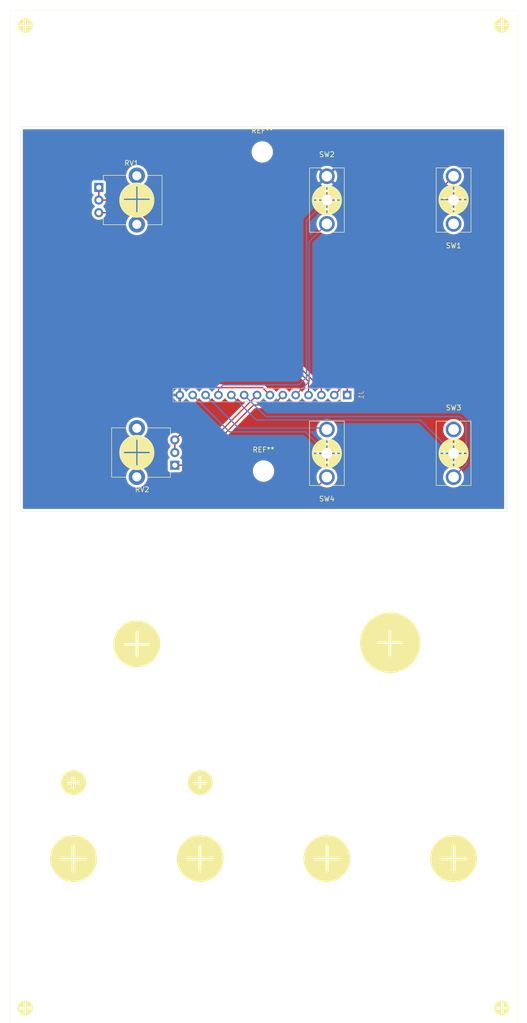
<source format=kicad_pcb>
(kicad_pcb (version 20171130) (host pcbnew 5.1.5-52549c5~84~ubuntu18.04.1)

  (general
    (thickness 1.6)
    (drawings 7)
    (tracks 58)
    (zones 0)
    (modules 10)
    (nets 15)
  )

  (page A4)
  (layers
    (0 F.Cu signal)
    (31 B.Cu signal)
    (32 B.Adhes user)
    (33 F.Adhes user)
    (34 B.Paste user)
    (35 F.Paste user)
    (36 B.SilkS user)
    (37 F.SilkS user)
    (38 B.Mask user)
    (39 F.Mask user)
    (40 Dwgs.User user)
    (41 Cmts.User user)
    (42 Eco1.User user)
    (43 Eco2.User user)
    (44 Edge.Cuts user)
    (45 Margin user)
    (46 B.CrtYd user)
    (47 F.CrtYd user)
    (48 B.Fab user)
    (49 F.Fab user)
  )

  (setup
    (last_trace_width 0.25)
    (user_trace_width 0.25)
    (user_trace_width 0.75)
    (trace_clearance 0.2)
    (zone_clearance 0.508)
    (zone_45_only no)
    (trace_min 0.2)
    (via_size 0.8)
    (via_drill 0.4)
    (via_min_size 0.4)
    (via_min_drill 0.3)
    (uvia_size 0.3)
    (uvia_drill 0.1)
    (uvias_allowed no)
    (uvia_min_size 0.2)
    (uvia_min_drill 0.1)
    (edge_width 0.05)
    (segment_width 0.2)
    (pcb_text_width 0.3)
    (pcb_text_size 1.5 1.5)
    (mod_edge_width 0.12)
    (mod_text_size 1 1)
    (mod_text_width 0.15)
    (pad_size 1.524 1.524)
    (pad_drill 0.762)
    (pad_to_mask_clearance 0.051)
    (solder_mask_min_width 0.25)
    (aux_axis_origin 0 0)
    (visible_elements FFFFFF7F)
    (pcbplotparams
      (layerselection 0x010fc_ffffffff)
      (usegerberextensions false)
      (usegerberattributes false)
      (usegerberadvancedattributes false)
      (creategerberjobfile false)
      (excludeedgelayer true)
      (linewidth 0.100000)
      (plotframeref false)
      (viasonmask false)
      (mode 1)
      (useauxorigin false)
      (hpglpennumber 1)
      (hpglpenspeed 20)
      (hpglpendiameter 15.000000)
      (psnegative false)
      (psa4output false)
      (plotreference true)
      (plotvalue true)
      (plotinvisibletext false)
      (padsonsilk false)
      (subtractmaskfromsilk false)
      (outputformat 1)
      (mirror false)
      (drillshape 1)
      (scaleselection 1)
      (outputdirectory ""))
  )

  (net 0 "")
  (net 1 GND)
  (net 2 /OUTPUT)
  (net 3 /OR_OUT)
  (net 4 /OR_IN)
  (net 5 /RESIZE_RANGE_1)
  (net 6 /RESIZE_RANGE_2)
  (net 7 /RESIZE_WIDTH_2)
  (net 8 /RESIZE_OUT)
  (net 9 /RESIZE_WIDTH_1)
  (net 10 /CLOCK_OUT)
  (net 11 /CLOCK_RATE_2)
  (net 12 /CLOCK_RATE_1)
  (net 13 /CLOCK_RANGE_2)
  (net 14 /CLOCK_RANGE_1)

  (net_class Default "This is the default net class."
    (clearance 0.2)
    (trace_width 0.25)
    (via_dia 0.8)
    (via_drill 0.4)
    (uvia_dia 0.3)
    (uvia_drill 0.1)
    (add_net /CLOCK_OUT)
    (add_net /CLOCK_RANGE_1)
    (add_net /CLOCK_RANGE_2)
    (add_net /CLOCK_RATE_1)
    (add_net /CLOCK_RATE_2)
    (add_net /OR_IN)
    (add_net /OR_OUT)
    (add_net /OUTPUT)
    (add_net /RESIZE_OUT)
    (add_net /RESIZE_RANGE_1)
    (add_net /RESIZE_RANGE_2)
    (add_net /RESIZE_WIDTH_1)
    (add_net /RESIZE_WIDTH_2)
    (add_net GND)
  )

  (module Potentiometer_THT:Potentiometer_Alpha_RD901F-40-00D_Single_Vertical_CircularHoles (layer F.Cu) (tedit 5C6C6C48) (tstamp 5EB79BDE)
    (at 112.5 108.85 180)
    (descr "Potentiometer, vertical, 9mm, single, http://www.taiwanalpha.com.tw/downloads?target=products&id=113")
    (tags "potentiometer vertical 9mm single")
    (path /5EB9D22E)
    (fp_text reference RV2 (at 6.45 -4.8 180) (layer F.SilkS)
      (effects (font (size 1 1) (thickness 0.15)))
    )
    (fp_text value 100K (at 0 10.11 180) (layer F.Fab)
      (effects (font (size 1 1) (thickness 0.15)))
    )
    (fp_line (start 0.88 4.16) (end 0.88 3.33) (layer F.SilkS) (width 0.12))
    (fp_line (start 0.88 1.71) (end 0.88 1.18) (layer F.SilkS) (width 0.12))
    (fp_line (start 0.88 -1.19) (end 0.88 -2.37) (layer F.SilkS) (width 0.12))
    (fp_line (start 0.88 7.37) (end 5.6 7.37) (layer F.SilkS) (width 0.12))
    (fp_line (start 9.41 -2.37) (end 12.47 -2.37) (layer F.SilkS) (width 0.12))
    (fp_line (start 1 7.25) (end 12.35 7.25) (layer F.Fab) (width 0.1))
    (fp_line (start 1 -2.25) (end 12.35 -2.25) (layer F.Fab) (width 0.1))
    (fp_line (start 12.35 7.25) (end 12.35 -2.25) (layer F.Fab) (width 0.1))
    (fp_line (start 1 7.25) (end 1 -2.25) (layer F.Fab) (width 0.1))
    (fp_circle (center 7.5 2.5) (end 7.5 -1) (layer F.Fab) (width 0.1))
    (fp_line (start 0.88 -2.38) (end 5.6 -2.38) (layer F.SilkS) (width 0.12))
    (fp_line (start 9.41 7.37) (end 12.47 7.37) (layer F.SilkS) (width 0.12))
    (fp_line (start 0.88 7.37) (end 0.88 5.88) (layer F.SilkS) (width 0.12))
    (fp_line (start 12.47 7.37) (end 12.47 -2.37) (layer F.SilkS) (width 0.12))
    (fp_line (start 12.6 9.17) (end 12.6 -4.17) (layer F.CrtYd) (width 0.05))
    (fp_line (start 12.6 -4.17) (end -1.15 -4.17) (layer F.CrtYd) (width 0.05))
    (fp_line (start -1.15 -4.17) (end -1.15 9.17) (layer F.CrtYd) (width 0.05))
    (fp_line (start -1.15 9.17) (end 12.6 9.17) (layer F.CrtYd) (width 0.05))
    (fp_text user %R (at 7.62 2.54) (layer F.Fab)
      (effects (font (size 1 1) (thickness 0.15)))
    )
    (pad "" thru_hole circle (at 7.5 -2.3 270) (size 3.24 3.24) (drill 1.8) (layers *.Cu *.Mask))
    (pad "" thru_hole circle (at 7.5 7.3 270) (size 3.24 3.24) (drill 1.8) (layers *.Cu *.Mask))
    (pad 3 thru_hole circle (at 0 5 270) (size 1.8 1.8) (drill 1) (layers *.Cu *.Mask)
      (net 7 /RESIZE_WIDTH_2))
    (pad 2 thru_hole circle (at 0 2.5 270) (size 1.8 1.8) (drill 1) (layers *.Cu *.Mask)
      (net 7 /RESIZE_WIDTH_2))
    (pad 1 thru_hole rect (at 0 0 270) (size 1.8 1.8) (drill 1) (layers *.Cu *.Mask)
      (net 9 /RESIZE_WIDTH_1))
    (model ${KISYS3DMOD}/Potentiometer_THT.3dshapes/Potentiometer_Alpha_RD901F-40-00D_Single_Vertical.wrl
      (at (xyz 0 0 0))
      (scale (xyz 1 1 1))
      (rotate (xyz 0 0 0))
    )
  )

  (module MountingHole:MountingHole_3.2mm_M3 (layer F.Cu) (tedit 56D1B4CB) (tstamp 5EB78A5B)
    (at 130 110)
    (descr "Mounting Hole 3.2mm, no annular, M3")
    (tags "mounting hole 3.2mm no annular m3")
    (attr virtual)
    (fp_text reference REF** (at 0 -4.2) (layer F.SilkS)
      (effects (font (size 1 1) (thickness 0.15)))
    )
    (fp_text value MountingHole_3.2mm_M3 (at 0 4.2) (layer F.Fab)
      (effects (font (size 1 1) (thickness 0.15)))
    )
    (fp_circle (center 0 0) (end 3.45 0) (layer F.CrtYd) (width 0.05))
    (fp_circle (center 0 0) (end 3.2 0) (layer Cmts.User) (width 0.15))
    (fp_text user %R (at 0.3 0) (layer F.Fab)
      (effects (font (size 1 1) (thickness 0.15)))
    )
    (pad 1 np_thru_hole circle (at 0 0) (size 3.2 3.2) (drill 3.2) (layers *.Cu *.Mask))
  )

  (module MountingHole:MountingHole_3.2mm_M3 (layer F.Cu) (tedit 56D1B4CB) (tstamp 5EB789F1)
    (at 129.75 47)
    (descr "Mounting Hole 3.2mm, no annular, M3")
    (tags "mounting hole 3.2mm no annular m3")
    (attr virtual)
    (fp_text reference REF** (at 0 -4.2) (layer F.SilkS)
      (effects (font (size 1 1) (thickness 0.15)))
    )
    (fp_text value MountingHole_3.2mm_M3 (at 0 4.2) (layer F.Fab)
      (effects (font (size 1 1) (thickness 0.15)))
    )
    (fp_circle (center 0 0) (end 3.45 0) (layer F.CrtYd) (width 0.05))
    (fp_circle (center 0 0) (end 3.2 0) (layer Cmts.User) (width 0.15))
    (fp_text user %R (at 0.3 0) (layer F.Fab)
      (effects (font (size 1 1) (thickness 0.15)))
    )
    (pad 1 np_thru_hole circle (at 0 0) (size 3.2 3.2) (drill 3.2) (layers *.Cu *.Mask))
  )

  (module gategrinder_panel:Gate_Grinder_panel_2_holes (layer F.Cu) (tedit 0) (tstamp 5EB78966)
    (at 130 119)
    (fp_text reference G*** (at 0 0) (layer F.SilkS) hide
      (effects (font (size 1.524 1.524) (thickness 0.3)))
    )
    (fp_text value LOGO (at 0.75 0) (layer F.SilkS) hide
      (effects (font (size 1.524 1.524) (thickness 0.3)))
    )
    (fp_poly (pts (xy 50.0126 100.0252) (xy -50.0126 100.0252) (xy -50.0126 -99.9744) (xy -49.9872 -99.9744)
      (xy -49.9872 99.9998) (xy 49.9872 99.9998) (xy 49.9872 -99.9744) (xy -49.9872 -99.9744)
      (xy -50.0126 -99.9744) (xy -50.0126 -99.9998) (xy 50.0126 -99.9998) (xy 50.0126 100.0252)) (layer F.SilkS) (width 0.01))
    (fp_poly (pts (xy -46.750275 95.572343) (xy -46.518049 95.627376) (xy -46.306047 95.723501) (xy -46.105593 95.864318)
      (xy -45.973146 95.985745) (xy -45.800299 96.183316) (xy -45.674564 96.386607) (xy -45.592338 96.604296)
      (xy -45.550021 96.845063) (xy -45.5422 97.024005) (xy -45.565939 97.286351) (xy -45.634128 97.531723)
      (xy -45.742231 97.756584) (xy -45.885707 97.9574) (xy -46.060018 98.130636) (xy -46.260626 98.272758)
      (xy -46.482993 98.380231) (xy -46.722579 98.44952) (xy -46.974846 98.47709) (xy -47.235256 98.459406)
      (xy -47.354619 98.435566) (xy -47.589199 98.353556) (xy -47.808801 98.228091) (xy -48.00684 98.065821)
      (xy -48.176734 97.873392) (xy -48.311899 97.657453) (xy -48.405752 97.424652) (xy -48.42415 97.35558)
      (xy -48.461966 97.09246) (xy -48.454316 96.8756) (xy -48.26 96.8756) (xy -48.26 97.155)
      (xy -47.1424 97.155) (xy -47.1424 98.2726) (xy -46.863 98.2726) (xy -46.863 97.155971)
      (xy -46.29785 97.149135) (xy -45.7327 97.1423) (xy -45.717346 96.8756) (xy -46.863 96.8756)
      (xy -46.863 95.729945) (xy -46.99635 95.737622) (xy -47.1297 95.7453) (xy -47.143372 96.8756)
      (xy -48.26 96.8756) (xy -48.454316 96.8756) (xy -48.452913 96.835833) (xy -48.400533 96.590217)
      (xy -48.30837 96.36013) (xy -48.179969 96.150088) (xy -48.018873 95.964609) (xy -47.828627 95.80821)
      (xy -47.612773 95.68541) (xy -47.374858 95.600725) (xy -47.118423 95.558672) (xy -47.011406 95.5548)
      (xy -46.750275 95.572343)) (layer F.SilkS) (width 0.01))
    (fp_poly (pts (xy 47.274737 95.577511) (xy 47.516837 95.64251) (xy 47.73578 95.745098) (xy 47.929638 95.880574)
      (xy 48.096486 96.044237) (xy 48.234398 96.231388) (xy 48.341446 96.437326) (xy 48.415705 96.657351)
      (xy 48.455249 96.886762) (xy 48.45815 97.12086) (xy 48.422483 97.354943) (xy 48.346321 97.584312)
      (xy 48.227739 97.804266) (xy 48.064809 98.010105) (xy 48.031659 98.044259) (xy 47.825016 98.216251)
      (xy 47.594152 98.346243) (xy 47.345512 98.432411) (xy 47.085542 98.472932) (xy 46.820686 98.465981)
      (xy 46.649668 98.435313) (xy 46.400948 98.350023) (xy 46.175827 98.22304) (xy 45.978392 98.059577)
      (xy 45.812737 97.864846) (xy 45.682949 97.644059) (xy 45.59312 97.40243) (xy 45.547341 97.145169)
      (xy 45.5422 97.024005) (xy 45.552169 96.8756) (xy 45.717345 96.8756) (xy 45.725022 97.00895)
      (xy 45.7327 97.1423) (xy 46.29785 97.149135) (xy 46.863 97.155971) (xy 46.863 98.2726)
      (xy 47.1424 98.2726) (xy 47.1424 97.155) (xy 48.26 97.155) (xy 48.26 96.8756)
      (xy 47.143371 96.8756) (xy 47.136535 96.31045) (xy 47.1297 95.7453) (xy 46.99635 95.737622)
      (xy 46.863 95.729945) (xy 46.863 96.8756) (xy 45.717345 96.8756) (xy 45.552169 96.8756)
      (xy 45.559743 96.762874) (xy 45.614776 96.530648) (xy 45.710901 96.318646) (xy 45.851718 96.118192)
      (xy 45.973145 95.985745) (xy 46.170716 95.812898) (xy 46.374007 95.687163) (xy 46.591696 95.604937)
      (xy 46.832463 95.56262) (xy 47.011405 95.5548) (xy 47.274737 95.577511)) (layer F.SilkS) (width 0.01))
    (fp_poly (pts (xy -37.246264 62.905287) (xy -36.791587 62.953455) (xy -36.344274 63.046149) (xy -35.907774 63.182618)
      (xy -35.485536 63.362113) (xy -35.081009 63.583885) (xy -34.697642 63.847185) (xy -34.338883 64.151263)
      (xy -34.008182 64.495371) (xy -33.947486 64.5668) (xy -33.660706 64.950507) (xy -33.417112 65.360373)
      (xy -33.217539 65.794499) (xy -33.062824 66.250986) (xy -32.953802 66.727935) (xy -32.929632 66.878148)
      (xy -32.91113 67.054608) (xy -32.900431 67.265319) (xy -32.897292 67.496109) (xy -32.901467 67.732804)
      (xy -32.912714 67.961234) (xy -32.930787 68.167225) (xy -32.954695 68.332648) (xy -33.066565 68.797856)
      (xy -33.222125 69.24154) (xy -33.418625 69.661621) (xy -33.653318 70.056023) (xy -33.923454 70.422668)
      (xy -34.226286 70.759476) (xy -34.559065 71.064371) (xy -34.919043 71.335275) (xy -35.303472 71.570109)
      (xy -35.709602 71.766796) (xy -36.134687 71.923258) (xy -36.575977 72.037417) (xy -37.030724 72.107195)
      (xy -37.49618 72.130514) (xy -37.9476 72.10756) (xy -38.420483 72.035533) (xy -38.875482 71.917811)
      (xy -39.310283 71.756943) (xy -39.722574 71.555482) (xy -40.110041 71.31598) (xy -40.470373 71.040988)
      (xy -40.801256 70.733057) (xy -41.100376 70.39474) (xy -41.365421 70.028588) (xy -41.594079 69.637153)
      (xy -41.784035 69.222986) (xy -41.932978 68.788639) (xy -42.038593 68.336663) (xy -42.098569 67.869611)
      (xy -42.112209 67.5132) (xy -42.105643 67.3862) (xy -40.0304 67.3862) (xy -40.0304 67.6402)
      (xy -37.6428 67.6402) (xy -37.6428 70.0532) (xy -37.3634 70.0532) (xy -37.3634 67.6402)
      (xy -34.9504 67.6402) (xy -34.9504 67.3862) (xy -37.3634 67.3862) (xy -37.3634 64.9732)
      (xy -37.6428 64.9732) (xy -37.6428 67.3862) (xy -40.0304 67.3862) (xy -42.105643 67.3862)
      (xy -42.087449 67.034361) (xy -42.014458 66.566469) (xy -41.895167 66.112606) (xy -41.731508 65.675857)
      (xy -41.525413 65.259306) (xy -41.278815 64.866036) (xy -40.993644 64.499131) (xy -40.671834 64.161674)
      (xy -40.315316 63.85675) (xy -39.926021 63.587443) (xy -39.5094 63.358538) (xy -39.069636 63.172845)
      (xy -38.619991 63.035422) (xy -38.163915 62.945521) (xy -37.704856 62.902392) (xy -37.246264 62.905287)) (layer F.SilkS) (width 0.01))
    (fp_poly (pts (xy -11.892078 62.937709) (xy -11.426518 63.02464) (xy -11.000505 63.14899) (xy -10.554881 63.329039)
      (xy -10.133334 63.552764) (xy -9.73873 63.817678) (xy -9.373939 64.121298) (xy -9.041826 64.461137)
      (xy -8.745259 64.83471) (xy -8.487106 65.239532) (xy -8.397636 65.405) (xy -8.199216 65.844896)
      (xy -8.049005 66.298359) (xy -7.947256 66.762193) (xy -7.894224 67.233201) (xy -7.890162 67.708187)
      (xy -7.935324 68.183956) (xy -8.029964 68.657313) (xy -8.115698 68.954681) (xy -8.189989 69.15684)
      (xy -8.288134 69.383425) (xy -8.402413 69.619064) (xy -8.525107 69.848386) (xy -8.648497 70.056019)
      (xy -8.731132 70.1802) (xy -8.843421 70.325923) (xy -8.986613 70.491569) (xy -9.150721 70.667153)
      (xy -9.325755 70.842687) (xy -9.501729 71.008187) (xy -9.668652 71.153668) (xy -9.816539 71.269142)
      (xy -9.8298 71.278588) (xy -10.226301 71.528021) (xy -10.647462 71.736332) (xy -11.087743 71.902052)
      (xy -11.541604 72.023713) (xy -12.003503 72.099843) (xy -12.4679 72.128974) (xy -12.929256 72.109637)
      (xy -12.954 72.107182) (xy -13.413649 72.035446) (xy -13.869437 71.91595) (xy -14.313257 71.751557)
      (xy -14.736999 71.545128) (xy -15.0114 71.381) (xy -15.394309 71.103552) (xy -15.745394 70.789626)
      (xy -16.062009 70.443072) (xy -16.341511 70.067744) (xy -16.581253 69.667494) (xy -16.778592 69.246172)
      (xy -16.930883 68.807632) (xy -17.015501 68.462056) (xy -17.077839 68.095179) (xy -17.110751 67.751366)
      (xy -17.115037 67.412854) (xy -17.11325 67.3862) (xy -15.0368 67.3862) (xy -15.0368 67.6402)
      (xy -12.6238 67.6402) (xy -12.6238 70.0532) (xy -12.3698 70.0532) (xy -12.3698 67.6402)
      (xy -9.9568 67.6402) (xy -9.9568 67.3862) (xy -12.3698 67.3862) (xy -12.3698 64.9732)
      (xy -12.6238 64.9732) (xy -12.6238 67.3862) (xy -15.0368 67.3862) (xy -17.11325 67.3862)
      (xy -17.091497 67.061876) (xy -17.082299 66.978107) (xy -17.001142 66.497809) (xy -16.872582 66.034947)
      (xy -16.697618 65.591577) (xy -16.477249 65.169753) (xy -16.212473 64.771529) (xy -15.904288 64.398962)
      (xy -15.752003 64.240516) (xy -15.394554 63.920079) (xy -15.011063 63.641683) (xy -14.605037 63.406132)
      (xy -14.179985 63.214232) (xy -13.739414 63.06679) (xy -13.28683 62.964611) (xy -12.825741 62.908501)
      (xy -12.359655 62.899265) (xy -11.892078 62.937709)) (layer F.SilkS) (width 0.01))
    (fp_poly (pts (xy 12.940674 62.919405) (xy 13.383362 62.982844) (xy 13.819318 63.089233) (xy 14.245136 63.23859)
      (xy 14.65741 63.430931) (xy 15.052731 63.666274) (xy 15.427695 63.944636) (xy 15.758348 64.24533)
      (xy 16.085633 64.607912) (xy 16.368999 64.995846) (xy 16.608026 65.408248) (xy 16.802295 65.844232)
      (xy 16.951388 66.302915) (xy 17.054884 66.783413) (xy 17.092732 67.061348) (xy 17.117119 67.51541)
      (xy 17.093224 67.974289) (xy 17.022404 68.43201) (xy 16.906018 68.882601) (xy 16.745423 69.320086)
      (xy 16.541978 69.738491) (xy 16.446895 69.902479) (xy 16.176702 70.298746) (xy 15.871105 70.660829)
      (xy 15.53339 70.987078) (xy 15.166846 71.27584) (xy 14.774757 71.525463) (xy 14.360413 71.734295)
      (xy 13.927099 71.900684) (xy 13.478102 72.022978) (xy 13.01671 72.099525) (xy 12.54621 72.128672)
      (xy 12.069889 72.108769) (xy 12.059113 72.107742) (xy 11.617454 72.041262) (xy 11.174659 71.928665)
      (xy 10.740264 71.773499) (xy 10.323801 71.579313) (xy 9.934806 71.349657) (xy 9.8298 71.277851)
      (xy 9.684441 71.165827) (xy 9.519094 71.023027) (xy 9.343722 70.8594) (xy 9.16829 70.684893)
      (xy 9.002763 70.509454) (xy 8.857106 70.34303) (xy 8.741283 70.19557) (xy 8.730271 70.1802)
      (xy 8.613566 70.001034) (xy 8.491244 69.788297) (xy 8.371071 69.557426) (xy 8.260809 69.323855)
      (xy 8.168225 69.103021) (xy 8.117009 68.961) (xy 7.991452 68.49952) (xy 7.914837 68.030903)
      (xy 7.886647 67.559139) (xy 7.893888 67.3862) (xy 9.9568 67.3862) (xy 9.9568 67.6402)
      (xy 12.3698 67.6402) (xy 12.3698 70.0532) (xy 12.6238 70.0532) (xy 12.6238 67.6402)
      (xy 15.0368 67.6402) (xy 15.0368 67.3862) (xy 12.6238 67.3862) (xy 12.6238 64.9732)
      (xy 12.3698 64.9732) (xy 12.3698 67.3862) (xy 9.9568 67.3862) (xy 7.893888 67.3862)
      (xy 7.906366 67.088218) (xy 7.973478 66.62213) (xy 8.087469 66.164866) (xy 8.247821 65.720416)
      (xy 8.454019 65.292771) (xy 8.629044 64.999876) (xy 8.745655 64.82722) (xy 8.860343 64.673656)
      (xy 8.984968 64.524597) (xy 9.131392 64.365453) (xy 9.215666 64.278377) (xy 9.565637 63.956038)
      (xy 9.939536 63.676495) (xy 10.333957 63.439764) (xy 10.745494 63.245862) (xy 11.17074 63.094808)
      (xy 11.606287 62.986618) (xy 12.048729 62.921309) (xy 12.494661 62.898899) (xy 12.940674 62.919405)) (layer F.SilkS) (width 0.01))
    (fp_poly (pts (xy 38.095878 62.936733) (xy 38.554123 63.019862) (xy 39.003238 63.149509) (xy 39.43957 63.325483)
      (xy 39.859468 63.547592) (xy 40.058081 63.673188) (xy 40.445287 63.961911) (xy 40.796368 64.284771)
      (xy 41.10968 64.638695) (xy 41.383581 65.020612) (xy 41.616428 65.427449) (xy 41.806575 65.856135)
      (xy 41.952382 66.303597) (xy 42.052203 66.766762) (xy 42.104396 67.24256) (xy 42.112208 67.5132)
      (xy 42.087351 67.993256) (xy 42.013913 68.462897) (xy 41.893595 68.918945) (xy 41.728099 69.358225)
      (xy 41.519125 69.77756) (xy 41.268374 70.173774) (xy 40.977547 70.543692) (xy 40.648345 70.884137)
      (xy 40.282468 71.191934) (xy 40.0558 71.353128) (xy 39.643639 71.597979) (xy 39.21017 71.797817)
      (xy 38.75948 71.951615) (xy 38.295656 72.058347) (xy 37.822785 72.116985) (xy 37.344953 72.126503)
      (xy 37.052713 72.107742) (xy 36.586093 72.037502) (xy 36.129329 71.918867) (xy 35.68662 71.753929)
      (xy 35.262165 71.544776) (xy 34.860163 71.2935) (xy 34.484813 71.00219) (xy 34.140312 70.672935)
      (xy 34.114224 70.645033) (xy 33.80272 70.272776) (xy 33.5357 69.87601) (xy 33.313251 69.454913)
      (xy 33.135458 69.009661) (xy 33.002408 68.540432) (xy 32.940245 68.2244) (xy 32.915135 68.019514)
      (xy 32.900243 67.782556) (xy 32.895328 67.527357) (xy 32.897949 67.3862) (xy 34.9504 67.3862)
      (xy 34.9504 67.6402) (xy 37.3634 67.6402) (xy 37.3634 70.0532) (xy 37.6428 70.0532)
      (xy 37.6428 67.6402) (xy 40.0304 67.6402) (xy 40.0304 67.3862) (xy 37.6428 67.3862)
      (xy 37.6428 64.9732) (xy 37.3634 64.9732) (xy 37.3634 67.3862) (xy 34.9504 67.3862)
      (xy 32.897949 67.3862) (xy 32.90015 67.267749) (xy 32.914468 67.017563) (xy 32.938042 66.790628)
      (xy 32.96829 66.6115) (xy 33.095015 66.136512) (xy 33.265748 65.683382) (xy 33.478546 65.254698)
      (xy 33.731466 64.85305) (xy 34.022565 64.481025) (xy 34.349901 64.141212) (xy 34.71153 63.8362)
      (xy 35.105511 63.568579) (xy 35.359282 63.425638) (xy 35.795584 63.225611) (xy 36.244675 63.073258)
      (xy 36.702904 62.968386) (xy 37.166616 62.910802) (xy 37.632159 62.900316) (xy 38.095878 62.936733)) (layer F.SilkS) (width 0.01))
    (fp_poly (pts (xy -37.30598 50.058687) (xy -37.180497 50.065418) (xy -37.071363 50.078787) (xy -36.961389 50.100731)
      (xy -36.8681 50.123962) (xy -36.537297 50.236238) (xy -36.229525 50.391415) (xy -35.948296 50.585717)
      (xy -35.697126 50.815367) (xy -35.479526 51.076589) (xy -35.29901 51.365606) (xy -35.159092 51.67864)
      (xy -35.063285 52.011917) (xy -35.050193 52.078115) (xy -35.034049 52.205777) (xy -35.024707 52.36434)
      (xy -35.022157 52.536812) (xy -35.02639 52.706197) (xy -35.037396 52.855503) (xy -35.050699 52.947206)
      (xy -35.1446 53.298448) (xy -35.281474 53.624584) (xy -35.459405 53.923076) (xy -35.676477 54.191385)
      (xy -35.930778 54.426971) (xy -36.220391 54.627296) (xy -36.3855 54.717282) (xy -36.711577 54.852387)
      (xy -37.049655 54.938156) (xy -37.399338 54.974518) (xy -37.738644 54.963547) (xy -38.073112 54.906758)
      (xy -38.392591 54.803771) (xy -38.693173 54.657967) (xy -38.970952 54.472724) (xy -39.222021 54.251422)
      (xy -39.442473 53.99744) (xy -39.628401 53.714157) (xy -39.775898 53.404952) (xy -39.869041 53.120843)
      (xy -39.915908 52.878589) (xy -39.93832 52.613586) (xy -39.936314 52.3748) (xy -38.7604 52.3748)
      (xy -38.7604 52.6542) (xy -37.6428 52.6542) (xy -37.6428 53.7718) (xy -37.3634 53.7718)
      (xy -37.3634 52.655171) (xy -36.79825 52.648335) (xy -36.2331 52.6415) (xy -36.217746 52.3748)
      (xy -37.362429 52.3748) (xy -37.369265 51.80965) (xy -37.3761 51.2445) (xy -37.6301 51.2445)
      (xy -37.643772 52.3748) (xy -38.7604 52.3748) (xy -39.936314 52.3748) (xy -39.93606 52.344589)
      (xy -39.908909 52.090354) (xy -39.882549 51.960602) (xy -39.773167 51.617851) (xy -39.621609 51.300612)
      (xy -39.430866 51.011832) (xy -39.203927 50.754456) (xy -38.94378 50.53143) (xy -38.653414 50.345699)
      (xy -38.335819 50.200209) (xy -37.993983 50.097905) (xy -37.99186 50.097426) (xy -37.828358 50.072056)
      (xy -37.618137 50.058751) (xy -37.465 50.056654) (xy -37.30598 50.058687)) (layer F.SilkS) (width 0.01))
    (fp_poly (pts (xy -12.198531 50.06256) (xy -11.855375 50.126336) (xy -11.851415 50.127364) (xy -11.525212 50.237228)
      (xy -11.225257 50.387702) (xy -10.953614 50.574721) (xy -10.712347 50.794223) (xy -10.503518 51.042143)
      (xy -10.329193 51.314416) (xy -10.191435 51.60698) (xy -10.092307 51.915769) (xy -10.033874 52.23672)
      (xy -10.018199 52.565769) (xy -10.047347 52.898851) (xy -10.12338 53.231904) (xy -10.184494 53.409881)
      (xy -10.329689 53.71777) (xy -10.515235 53.999076) (xy -10.736534 54.25088) (xy -10.988987 54.470263)
      (xy -11.267995 54.654307) (xy -11.568957 54.800093) (xy -11.887275 54.904701) (xy -12.21835 54.965215)
      (xy -12.557582 54.978714) (xy -12.6492 54.973975) (xy -12.993788 54.924721) (xy -13.322723 54.829123)
      (xy -13.632239 54.690228) (xy -13.918568 54.511083) (xy -14.177945 54.294734) (xy -14.406602 54.044228)
      (xy -14.600772 53.762611) (xy -14.756689 53.452929) (xy -14.849057 53.194758) (xy -14.904935 52.94085)
      (xy -14.932284 52.660865) (xy -14.93143 52.3748) (xy -13.7668 52.3748) (xy -13.7668 52.6542)
      (xy -12.6238 52.6542) (xy -12.6238 53.7718) (xy -12.3698 53.7718) (xy -12.3698 52.6542)
      (xy -11.2268 52.6542) (xy -11.2268 52.3748) (xy -12.3698 52.3748) (xy -12.3698 51.2318)
      (xy -12.6238 51.2318) (xy -12.6238 52.3748) (xy -13.7668 52.3748) (xy -14.93143 52.3748)
      (xy -14.931417 52.370544) (xy -14.902646 52.085628) (xy -14.846286 51.821858) (xy -14.82003 51.737241)
      (xy -14.684399 51.413242) (xy -14.509943 51.118219) (xy -14.300678 50.854352) (xy -14.060621 50.623817)
      (xy -13.793787 50.428793) (xy -13.504192 50.271457) (xy -13.195853 50.153988) (xy -12.872786 50.078564)
      (xy -12.539007 50.047362) (xy -12.198531 50.06256)) (layer F.SilkS) (width 0.01))
    (fp_poly (pts (xy 25.328301 18.944266) (xy 25.873195 18.999652) (xy 26.418079 19.105122) (xy 26.511017 19.128198)
      (xy 27.005084 19.280296) (xy 27.489718 19.479557) (xy 27.958683 19.722444) (xy 28.405743 20.005422)
      (xy 28.824663 20.324954) (xy 29.164665 20.633159) (xy 29.546358 21.043007) (xy 29.884003 21.477327)
      (xy 30.176909 21.934548) (xy 30.424384 22.413097) (xy 30.625737 22.911404) (xy 30.780276 23.427896)
      (xy 30.887311 23.961003) (xy 30.946148 24.509152) (xy 30.95517 24.702447) (xy 30.948815 25.258218)
      (xy 30.894206 25.798767) (xy 30.790971 26.325843) (xy 30.638738 26.841194) (xy 30.437134 27.346568)
      (xy 30.355092 27.5209) (xy 30.091485 28.00313) (xy 29.788907 28.453916) (xy 29.449488 28.871672)
      (xy 29.075358 29.254811) (xy 28.668647 29.601745) (xy 28.231483 29.910889) (xy 27.765997 30.180656)
      (xy 27.274317 30.409458) (xy 26.758574 30.59571) (xy 26.220896 30.737825) (xy 25.9715 30.787105)
      (xy 25.79521 30.811669) (xy 25.581263 30.830854) (xy 25.342545 30.844382) (xy 25.091942 30.851973)
      (xy 24.842339 30.853347) (xy 24.606624 30.848224) (xy 24.397682 30.836325) (xy 24.274971 30.823906)
      (xy 23.735263 30.730626) (xy 23.212656 30.590951) (xy 22.709538 30.406921) (xy 22.228295 30.180575)
      (xy 21.771315 29.91395) (xy 21.340984 29.609086) (xy 20.93969 29.26802) (xy 20.569819 28.892793)
      (xy 20.233757 28.485442) (xy 19.933894 28.048006) (xy 19.672614 27.582524) (xy 19.452305 27.091033)
      (xy 19.275354 26.575574) (xy 19.266951 26.546652) (xy 19.139302 26.01322) (xy 19.06153 25.476286)
      (xy 19.033108 24.938687) (xy 19.034886 24.892) (xy 22.4536 24.892) (xy 22.4536 25.146)
      (xy 24.8666 25.146) (xy 24.8666 27.559) (xy 25.1206 27.559) (xy 25.1206 25.146)
      (xy 27.5336 25.146) (xy 27.5336 24.892497) (xy 26.33345 24.885898) (xy 25.1333 24.8793)
      (xy 25.120102 22.479) (xy 24.8666 22.479) (xy 24.8666 24.892) (xy 22.4536 24.892)
      (xy 19.034886 24.892) (xy 19.053507 24.403257) (xy 19.122201 23.87283) (xy 19.238663 23.350241)
      (xy 19.402366 22.838325) (xy 19.612782 22.339916) (xy 19.869385 21.85785) (xy 20.171648 21.39496)
      (xy 20.243015 21.297591) (xy 20.34863 21.1656) (xy 20.483047 21.011567) (xy 20.636568 20.845458)
      (xy 20.799492 20.677243) (xy 20.962118 20.516887) (xy 21.114747 20.374359) (xy 21.247677 20.259626)
      (xy 21.2725 20.239746) (xy 21.726357 19.913796) (xy 22.200454 19.633633) (xy 22.692258 19.399794)
      (xy 23.199239 19.212817) (xy 23.718864 19.073239) (xy 24.248604 18.981596) (xy 24.785927 18.938426)
      (xy 25.328301 18.944266)) (layer F.SilkS) (width 0.01))
    (fp_poly (pts (xy -24.332915 20.546049) (xy -23.872227 20.63779) (xy -23.535335 20.736598) (xy -23.093838 20.910245)
      (xy -22.677264 21.125885) (xy -22.287936 21.380503) (xy -21.928177 21.671084) (xy -21.600312 21.994611)
      (xy -21.306663 22.34807) (xy -21.049553 22.728446) (xy -20.831307 23.132721) (xy -20.654248 23.557882)
      (xy -20.520698 24.000913) (xy -20.432982 24.458798) (xy -20.398833 24.807349) (xy -20.39397 25.304521)
      (xy -20.437866 25.788394) (xy -20.530149 26.257792) (xy -20.670444 26.711536) (xy -20.858381 27.14845)
      (xy -21.093585 27.567356) (xy -21.375684 27.967078) (xy -21.415233 28.01689) (xy -21.734652 28.374095)
      (xy -22.086657 28.693148) (xy -22.468713 28.972601) (xy -22.878288 29.211007) (xy -23.312846 29.406919)
      (xy -23.769856 29.55889) (xy -24.246783 29.665473) (xy -24.323531 29.678024) (xy -24.435575 29.690807)
      (xy -24.584561 29.7012) (xy -24.757841 29.708968) (xy -24.942768 29.71387) (xy -25.126693 29.715671)
      (xy -25.296969 29.714132) (xy -25.440947 29.709015) (xy -25.5397 29.700895) (xy -26.009773 29.617712)
      (xy -26.463215 29.488794) (xy -26.897269 29.316623) (xy -27.309175 29.103686) (xy -27.696174 28.852466)
      (xy -28.055508 28.565447) (xy -28.384418 28.245115) (xy -28.680144 27.893953) (xy -28.939929 27.514447)
      (xy -29.161013 27.109079) (xy -29.340638 26.680336) (xy -29.476044 26.230702) (xy -29.498086 26.136192)
      (xy -29.581513 25.652279) (xy -29.615001 25.176174) (xy -29.607677 24.9682) (xy -27.5336 24.9682)
      (xy -27.5336 25.2476) (xy -25.1206 25.2476) (xy -25.1206 27.6606) (xy -24.8666 27.6606)
      (xy -24.8666 25.2476) (xy -22.450946 25.2476) (xy -22.4663 24.9809) (xy -24.8666 24.967702)
      (xy -24.8666 22.5806) (xy -25.1206 22.5806) (xy -25.1206 24.9682) (xy -27.5336 24.9682)
      (xy -29.607677 24.9682) (xy -29.598435 24.70577) (xy -29.531701 24.238961) (xy -29.414683 23.773642)
      (xy -29.359556 23.604146) (xy -29.181545 23.162652) (xy -28.963425 22.74944) (xy -28.708262 22.366019)
      (xy -28.419119 22.013897) (xy -28.099061 21.694584) (xy -27.751152 21.409587) (xy -27.378455 21.160416)
      (xy -26.984035 20.948578) (xy -26.570956 20.775584) (xy -26.142282 20.64294) (xy -25.701076 20.552156)
      (xy -25.250404 20.504741) (xy -24.793329 20.502202) (xy -24.332915 20.546049)) (layer F.SilkS) (width 0.01))
    (fp_poly (pts (xy -24.784751 -16.110305) (xy -24.574501 -16.096342) (xy -24.395699 -16.072803) (xy -24.374501 -16.068824)
      (xy -23.957785 -15.962273) (xy -23.565272 -15.8118) (xy -23.199137 -15.619093) (xy -22.86156 -15.385844)
      (xy -22.554717 -15.113742) (xy -22.280787 -14.804478) (xy -22.041947 -14.459741) (xy -21.85562 -14.113854)
      (xy -21.719076 -13.78202) (xy -21.623042 -13.445837) (xy -21.56564 -13.095681) (xy -21.544992 -12.721929)
      (xy -21.547466 -12.5349) (xy -21.570248 -12.201598) (xy -21.618048 -11.898421) (xy -21.694901 -11.609912)
      (xy -21.804844 -11.320611) (xy -21.936648 -11.044409) (xy -22.143116 -10.699105) (xy -22.38959 -10.381851)
      (xy -22.671904 -10.095612) (xy -22.985891 -9.84335) (xy -23.327383 -9.628029) (xy -23.692214 -9.452611)
      (xy -24.076217 -9.32006) (xy -24.475226 -9.233339) (xy -24.4856 -9.231747) (xy -24.58903 -9.219777)
      (xy -24.720371 -9.21) (xy -24.867135 -9.202748) (xy -25.016836 -9.198353) (xy -25.156984 -9.197145)
      (xy -25.275092 -9.199456) (xy -25.358672 -9.205617) (xy -25.3746 -9.208158) (xy -25.417167 -9.215621)
      (xy -25.494252 -9.22841) (xy -25.590194 -9.243931) (xy -25.6032 -9.246009) (xy -25.896204 -9.310944)
      (xy -26.203655 -9.412284) (xy -26.511543 -9.544353) (xy -26.805859 -9.701474) (xy -26.9494 -9.791532)
      (xy -27.07053 -9.881594) (xy -27.211754 -10.00193) (xy -27.362889 -10.142392) (xy -27.51375 -10.292834)
      (xy -27.654155 -10.443109) (xy -27.773918 -10.583071) (xy -27.861016 -10.699805) (xy -28.07601 -11.061431)
      (xy -28.241643 -11.429724) (xy -28.359312 -11.809321) (xy -28.430416 -12.204857) (xy -28.456353 -12.620969)
      (xy -28.456489 -12.6746) (xy -28.452151 -12.8016) (xy -27.5336 -12.8016) (xy -27.5336 -12.5222)
      (xy -25.1206 -12.5222) (xy -25.1206 -10.1092) (xy -24.8666 -10.1092) (xy -24.8666 -12.5222)
      (xy -22.450946 -12.5222) (xy -22.4663 -12.7889) (xy -24.8666 -12.802098) (xy -24.8666 -15.1892)
      (xy -25.1206 -15.1892) (xy -25.1206 -12.8016) (xy -27.5336 -12.8016) (xy -28.452151 -12.8016)
      (xy -28.446325 -12.972115) (xy -28.416197 -13.240175) (xy -28.363026 -13.497236) (xy -28.283732 -13.761755)
      (xy -28.267118 -13.809686) (xy -28.105896 -14.192239) (xy -27.902943 -14.548134) (xy -27.661235 -14.874833)
      (xy -27.383751 -15.169798) (xy -27.073468 -15.430489) (xy -26.733362 -15.654369) (xy -26.366413 -15.838898)
      (xy -25.975597 -15.981538) (xy -25.6159 -16.070085) (xy -25.442025 -16.094585) (xy -25.23473 -16.109443)
      (xy -25.010233 -16.114678) (xy -24.784751 -16.110305)) (layer F.SilkS) (width 0.01))
    (fp_poly (pts (xy 12.782972 -15.43264) (xy 13.026888 -15.403212) (xy 13.081 -15.392957) (xy 13.452448 -15.291535)
      (xy 13.802633 -15.146136) (xy 14.128332 -14.959909) (xy 14.426321 -14.736005) (xy 14.69338 -14.477573)
      (xy 14.926284 -14.187761) (xy 15.121812 -13.869719) (xy 15.276742 -13.526597) (xy 15.38785 -13.161543)
      (xy 15.394678 -13.1318) (xy 15.453942 -12.754187) (xy 15.46381 -12.377011) (xy 15.425543 -12.004535)
      (xy 15.340402 -11.641019) (xy 15.209648 -11.290726) (xy 15.034541 -10.957918) (xy 14.816341 -10.646855)
      (xy 14.583044 -10.387909) (xy 14.288863 -10.129095) (xy 13.97649 -9.917259) (xy 13.643215 -9.750995)
      (xy 13.286328 -9.628897) (xy 12.995011 -9.564318) (xy 12.81746 -9.542141) (xy 12.612115 -9.530528)
      (xy 12.39768 -9.529504) (xy 12.19286 -9.539092) (xy 12.016358 -9.559316) (xy 11.994765 -9.563036)
      (xy 11.613596 -9.656738) (xy 11.255993 -9.795432) (xy 10.921739 -9.979234) (xy 10.610618 -10.208255)
      (xy 10.4013 -10.400727) (xy 10.145319 -10.692267) (xy 9.933014 -11.007188) (xy 9.765127 -11.341712)
      (xy 9.642403 -11.692062) (xy 9.565584 -12.054462) (xy 9.535415 -12.425134) (xy 9.544535 -12.6238)
      (xy 9.9568 -12.6238) (xy 9.9568 -12.3444) (xy 12.3698 -12.3444) (xy 12.3698 -9.9568)
      (xy 12.6238 -9.9568) (xy 12.6238 -12.3444) (xy 15.0368 -12.3444) (xy 15.0368 -12.6238)
      (xy 12.6238 -12.6238) (xy 12.6238 -15.0368) (xy 12.3698 -15.0368) (xy 12.3698 -12.6238)
      (xy 9.9568 -12.6238) (xy 9.544535 -12.6238) (xy 9.552639 -12.800301) (xy 9.618 -13.176186)
      (xy 9.732241 -13.549012) (xy 9.764993 -13.632667) (xy 9.910506 -13.930408) (xy 10.098597 -14.220615)
      (xy 10.321127 -14.492888) (xy 10.569953 -14.736827) (xy 10.7315 -14.867516) (xy 10.925427 -14.996458)
      (xy 11.151382 -15.120942) (xy 11.39079 -15.232022) (xy 11.625078 -15.320754) (xy 11.750343 -15.358202)
      (xy 11.981534 -15.404706) (xy 12.242539 -15.432923) (xy 12.515604 -15.442389) (xy 12.782972 -15.43264)) (layer F.SilkS) (width 0.01))
    (fp_poly (pts (xy 37.59932 -15.438147) (xy 37.799754 -15.427834) (xy 37.98558 -15.410151) (xy 38.142314 -15.385693)
      (xy 38.202382 -15.371874) (xy 38.578939 -15.247346) (xy 38.928049 -15.082406) (xy 39.247411 -14.88)
      (xy 39.534725 -14.643077) (xy 39.78769 -14.374585) (xy 40.004004 -14.077473) (xy 40.181367 -13.754688)
      (xy 40.317479 -13.409179) (xy 40.410037 -13.043895) (xy 40.456742 -12.661783) (xy 40.4622 -12.476212)
      (xy 40.438716 -12.120677) (xy 40.370413 -11.764008) (xy 40.26051 -11.415939) (xy 40.11223 -11.086204)
      (xy 39.928792 -10.784533) (xy 39.880351 -10.717996) (xy 39.775979 -10.591639) (xy 39.645593 -10.451838)
      (xy 39.501952 -10.310902) (xy 39.357816 -10.18114) (xy 39.225947 -10.07486) (xy 39.178554 -10.041042)
      (xy 38.853829 -9.850732) (xy 38.505669 -9.702595) (xy 38.140849 -9.59811) (xy 37.766143 -9.538755)
      (xy 37.388325 -9.526009) (xy 37.014169 -9.561351) (xy 36.9951 -9.564505) (xy 36.623529 -9.652248)
      (xy 36.272304 -9.785013) (xy 35.944294 -9.960123) (xy 35.642371 -10.174899) (xy 35.369404 -10.426665)
      (xy 35.128263 -10.712743) (xy 34.921819 -11.030454) (xy 34.752942 -11.377122) (xy 34.624502 -11.750069)
      (xy 34.615028 -11.784818) (xy 34.585732 -11.93144) (xy 34.564259 -12.113786) (xy 34.551028 -12.317319)
      (xy 34.546456 -12.527508) (xy 34.5486 -12.6238) (xy 34.947745 -12.6238) (xy 34.955422 -12.49045)
      (xy 34.9631 -12.3571) (xy 36.16325 -12.350502) (xy 37.3634 -12.343903) (xy 37.3634 -9.9568)
      (xy 37.6428 -9.9568) (xy 37.6428 -12.3444) (xy 40.0304 -12.3444) (xy 40.0304 -12.6238)
      (xy 37.643297 -12.6238) (xy 37.636698 -13.82395) (xy 37.6301 -15.0241) (xy 37.49675 -15.031778)
      (xy 37.3634 -15.039455) (xy 37.3634 -12.6238) (xy 34.947745 -12.6238) (xy 34.5486 -12.6238)
      (xy 34.550961 -12.729816) (xy 34.564961 -12.90971) (xy 34.579798 -13.01013) (xy 34.676252 -13.388591)
      (xy 34.817977 -13.746373) (xy 35.00254 -14.080269) (xy 35.227511 -14.387071) (xy 35.49046 -14.663572)
      (xy 35.788954 -14.906564) (xy 36.120564 -15.11284) (xy 36.2077 -15.157969) (xy 36.37294 -15.230027)
      (xy 36.568708 -15.299296) (xy 36.774846 -15.359569) (xy 36.971197 -15.404638) (xy 37.055217 -15.418928)
      (xy 37.212567 -15.434288) (xy 37.398763 -15.440497) (xy 37.59932 -15.438147)) (layer F.SilkS) (width 0.01))
    (fp_poly (pts (xy -24.68722 -65.935543) (xy -24.462542 -65.911651) (xy -24.4094 -65.902971) (xy -24.034385 -65.812783)
      (xy -23.661522 -65.678123) (xy -23.303231 -65.504271) (xy -22.971933 -65.296507) (xy -22.956177 -65.285235)
      (xy -22.807704 -65.167006) (xy -22.644832 -65.018345) (xy -22.47984 -64.851987) (xy -22.325007 -64.680664)
      (xy -22.192611 -64.517108) (xy -22.128103 -64.426577) (xy -21.912653 -64.057515) (xy -21.742105 -63.664909)
      (xy -21.616864 -63.249725) (xy -21.596657 -63.161147) (xy -21.574765 -63.020994) (xy -21.559704 -62.843874)
      (xy -21.551453 -62.643157) (xy -21.549994 -62.432211) (xy -21.555308 -62.224407) (xy -21.567376 -62.033112)
      (xy -21.586178 -61.871696) (xy -21.598593 -61.804089) (xy -21.711135 -61.393263) (xy -21.864009 -61.012257)
      (xy -22.058969 -60.657835) (xy -22.297771 -60.326765) (xy -22.553736 -60.043983) (xy -22.870106 -59.760483)
      (xy -23.207094 -59.523113) (xy -23.566912 -59.330657) (xy -23.951771 -59.181899) (xy -24.2824 -59.092821)
      (xy -24.411297 -59.071702) (xy -24.577406 -59.055518) (xy -24.767619 -59.044511) (xy -24.968828 -59.038918)
      (xy -25.167926 -59.03898) (xy -25.351804 -59.044936) (xy -25.507356 -59.057025) (xy -25.5905 -59.068916)
      (xy -26.00055 -59.169863) (xy -26.388811 -59.314797) (xy -26.752563 -59.501007) (xy -27.089084 -59.725778)
      (xy -27.395654 -59.986399) (xy -27.669552 -60.280156) (xy -27.908057 -60.604336) (xy -28.108449 -60.956227)
      (xy -28.268006 -61.333116) (xy -28.384007 -61.732289) (xy -28.415441 -61.885617) (xy -28.439014 -62.062466)
      (xy -28.453002 -62.270985) (xy -28.457442 -62.494972) (xy -28.452369 -62.718225) (xy -28.447392 -62.7888)
      (xy -27.5336 -62.7888) (xy -27.5336 -62.535298) (xy -25.1333 -62.5221) (xy -25.126702 -61.32195)
      (xy -25.120103 -60.1218) (xy -24.8666 -60.1218) (xy -24.8666 -62.5348) (xy -22.4536 -62.5348)
      (xy -22.4536 -62.7888) (xy -24.8666 -62.7888) (xy -24.8666 -65.2018) (xy -25.1206 -65.2018)
      (xy -25.1206 -62.7888) (xy -27.5336 -62.7888) (xy -28.447392 -62.7888) (xy -28.437817 -62.92454)
      (xy -28.413822 -63.097717) (xy -28.412788 -63.1031) (xy -28.307652 -63.516413) (xy -28.15878 -63.906314)
      (xy -27.968656 -64.270302) (xy -27.739765 -64.605874) (xy -27.47459 -64.91053) (xy -27.175617 -65.181767)
      (xy -26.845328 -65.417086) (xy -26.486209 -65.613985) (xy -26.100744 -65.769961) (xy -25.691417 -65.882514)
      (xy -25.642297 -65.892687) (xy -25.431501 -65.923861) (xy -25.189913 -65.941497) (xy -24.935749 -65.945441)
      (xy -24.68722 -65.935543)) (layer F.SilkS) (width 0.01))
    (fp_poly (pts (xy 12.670225 -65.443143) (xy 13.015871 -65.402794) (xy 13.35464 -65.322886) (xy 13.682596 -65.20402)
      (xy 13.995805 -65.046798) (xy 14.290334 -64.851822) (xy 14.562247 -64.619694) (xy 14.807611 -64.351014)
      (xy 15.022492 -64.046384) (xy 15.137925 -63.841203) (xy 15.290189 -63.4922) (xy 15.394271 -63.137861)
      (xy 15.452026 -62.78162) (xy 15.465309 -62.426913) (xy 15.435976 -62.077175) (xy 15.365881 -61.73584)
      (xy 15.25688 -61.406346) (xy 15.110828 -61.092125) (xy 14.92958 -60.796614) (xy 14.714991 -60.523247)
      (xy 14.468916 -60.275461) (xy 14.193211 -60.056689) (xy 13.889729 -59.870367) (xy 13.560327 -59.719931)
      (xy 13.20686 -59.608815) (xy 12.831183 -59.540454) (xy 12.8143 -59.538497) (xy 12.634418 -59.521828)
      (xy 12.476163 -59.51688) (xy 12.315274 -59.523734) (xy 12.142676 -59.540692) (xy 11.800981 -59.603847)
      (xy 11.458983 -59.712005) (xy 11.127699 -59.860646) (xy 10.818145 -60.045248) (xy 10.6934 -60.135371)
      (xy 10.562555 -60.246265) (xy 10.418121 -60.386197) (xy 10.273253 -60.541015) (xy 10.141103 -60.696564)
      (xy 10.034824 -60.838691) (xy 10.022104 -60.857706) (xy 9.833299 -61.189784) (xy 9.690978 -61.536812)
      (xy 9.594707 -61.894402) (xy 9.544054 -62.258166) (xy 9.538774 -62.611) (xy 9.9568 -62.611)
      (xy 9.9568 -62.357) (xy 12.3698 -62.357) (xy 12.3698 -59.944) (xy 12.6238 -59.944)
      (xy 12.6238 -62.357) (xy 15.0368 -62.357) (xy 15.0368 -62.610503) (xy 13.83665 -62.617102)
      (xy 12.6365 -62.6237) (xy 12.623302 -65.024) (xy 12.3698 -65.024) (xy 12.3698 -62.611)
      (xy 9.9568 -62.611) (xy 9.538774 -62.611) (xy 9.538583 -62.623718) (xy 9.577863 -62.986669)
      (xy 9.66146 -63.342633) (xy 9.78894 -63.687222) (xy 9.959869 -64.016047) (xy 10.173815 -64.324723)
      (xy 10.3886 -64.567402) (xy 10.672231 -64.82081) (xy 10.976525 -65.030448) (xy 11.297547 -65.196918)
      (xy 11.631362 -65.320821) (xy 11.974036 -65.402758) (xy 12.321636 -65.443332) (xy 12.670225 -65.443143)) (layer F.SilkS) (width 0.01))
    (fp_poly (pts (xy 37.703587 -65.552618) (xy 37.870227 -65.541891) (xy 37.941423 -65.532687) (xy 38.325439 -65.446126)
      (xy 38.688112 -65.314466) (xy 39.02657 -65.139808) (xy 39.337939 -64.924249) (xy 39.619343 -64.669888)
      (xy 39.867909 -64.378823) (xy 40.080763 -64.053152) (xy 40.153069 -63.91802) (xy 40.299109 -63.572592)
      (xy 40.399617 -63.208017) (xy 40.45318 -62.830325) (xy 40.4622 -62.597152) (xy 40.437715 -62.217966)
      (xy 40.36617 -61.851578) (xy 40.250424 -61.501385) (xy 40.09334 -61.170783) (xy 39.897779 -60.863169)
      (xy 39.666602 -60.581939) (xy 39.402669 -60.330489) (xy 39.108843 -60.112217) (xy 38.787985 -59.930518)
      (xy 38.442956 -59.788789) (xy 38.076617 -59.690427) (xy 38.001667 -59.676366) (xy 37.839163 -59.656259)
      (xy 37.646052 -59.645182) (xy 37.440261 -59.643122) (xy 37.239715 -59.650061) (xy 37.062339 -59.665986)
      (xy 36.988365 -59.677236) (xy 36.622856 -59.768134) (xy 36.273819 -59.903541) (xy 35.945496 -60.080002)
      (xy 35.642134 -60.294061) (xy 35.367978 -60.542263) (xy 35.127273 -60.821152) (xy 34.924264 -61.127274)
      (xy 34.763195 -61.457173) (xy 34.744895 -61.503345) (xy 34.6717 -61.706105) (xy 34.619393 -61.886486)
      (xy 34.584229 -62.063001) (xy 34.562462 -62.254161) (xy 34.550933 -62.461983) (xy 34.547401 -62.718871)
      (xy 34.547721 -62.7253) (xy 34.9631 -62.7253) (xy 34.9631 -62.4713) (xy 36.16325 -62.464702)
      (xy 37.3634 -62.458103) (xy 37.3634 -60.071) (xy 37.6428 -60.071) (xy 37.6428 -62.4586)
      (xy 40.0304 -62.4586) (xy 40.0304 -62.738) (xy 37.643297 -62.738) (xy 37.636698 -63.93815)
      (xy 37.6301 -65.1383) (xy 37.3761 -65.1383) (xy 37.362902 -62.738498) (xy 34.9631 -62.7253)
      (xy 34.547721 -62.7253) (xy 34.558545 -62.942312) (xy 34.586263 -63.148023) (xy 34.632455 -63.351726)
      (xy 34.676306 -63.5) (xy 34.81752 -63.861495) (xy 35.000369 -64.195454) (xy 35.222407 -64.499597)
      (xy 35.48119 -64.771639) (xy 35.774272 -65.009298) (xy 36.099209 -65.210291) (xy 36.453555 -65.372334)
      (xy 36.801843 -65.484636) (xy 36.941295 -65.512338) (xy 37.116207 -65.53362) (xy 37.311566 -65.547849)
      (xy 37.512363 -65.554393) (xy 37.703587 -65.552618)) (layer F.SilkS) (width 0.01))
    (fp_poly (pts (xy -46.684035 -98.412365) (xy -46.462088 -98.343882) (xy -46.253422 -98.242245) (xy -46.062729 -98.109384)
      (xy -45.894706 -97.947232) (xy -45.754047 -97.757719) (xy -45.645448 -97.542776) (xy -45.573604 -97.304335)
      (xy -45.543208 -97.044328) (xy -45.542502 -96.994939) (xy -45.561537 -96.729705) (xy -45.620019 -96.492405)
      (xy -45.7211 -96.275431) (xy -45.867935 -96.071172) (xy -45.971814 -95.959014) (xy -46.170106 -95.786487)
      (xy -46.376157 -95.660876) (xy -46.59797 -95.578893) (xy -46.843553 -95.537247) (xy -47.0154 -95.530243)
      (xy -47.155074 -95.533932) (xy -47.268115 -95.547167) (xy -47.378359 -95.573679) (xy -47.4599 -95.599832)
      (xy -47.705657 -95.708152) (xy -47.91919 -95.851165) (xy -48.099263 -96.023644) (xy -48.244642 -96.220364)
      (xy -48.35409 -96.4361) (xy -48.426374 -96.665624) (xy -48.460257 -96.903711) (xy -48.454876 -97.1296)
      (xy -48.26 -97.1296) (xy -48.26 -96.8502) (xy -47.1424 -96.8502) (xy -47.1424 -96.295634)
      (xy -47.141657 -96.132683) (xy -47.139576 -95.987112) (xy -47.136383 -95.866499) (xy -47.132301 -95.77842)
      (xy -47.127556 -95.730451) (xy -47.125467 -95.724134) (xy -47.092045 -95.714202) (xy -47.026276 -95.70811)
      (xy -46.985767 -95.7072) (xy -46.863 -95.7072) (xy -46.863 -96.8502) (xy -45.717346 -96.8502)
      (xy -45.7327 -97.1169) (xy -46.863 -97.130572) (xy -46.863 -98.2472) (xy -47.1424 -98.2472)
      (xy -47.1424 -97.1296) (xy -48.26 -97.1296) (xy -48.454876 -97.1296) (xy -48.454505 -97.145135)
      (xy -48.407883 -97.384671) (xy -48.319154 -97.617092) (xy -48.187085 -97.837172) (xy -48.03166 -98.01886)
      (xy -47.828633 -98.189863) (xy -47.610714 -98.316123) (xy -47.3826 -98.399572) (xy -47.148986 -98.442141)
      (xy -46.914566 -98.445761) (xy -46.684035 -98.412365)) (layer F.SilkS) (width 0.01))
    (fp_poly (pts (xy 47.171191 -98.441598) (xy 47.430136 -98.38507) (xy 47.683768 -98.279738) (xy 47.68588 -98.278635)
      (xy 47.904751 -98.136472) (xy 48.091521 -97.959013) (xy 48.243379 -97.752471) (xy 48.357514 -97.523057)
      (xy 48.431113 -97.276982) (xy 48.461366 -97.02046) (xy 48.445459 -96.7597) (xy 48.423851 -96.648344)
      (xy 48.340321 -96.401567) (xy 48.213495 -96.174423) (xy 48.048906 -95.972525) (xy 47.852084 -95.801488)
      (xy 47.628562 -95.666926) (xy 47.383873 -95.574453) (xy 47.359313 -95.567955) (xy 47.20959 -95.542591)
      (xy 47.033644 -95.532424) (xy 46.852073 -95.537218) (xy 46.685474 -95.556731) (xy 46.5963 -95.576812)
      (xy 46.402332 -95.647727) (xy 46.226645 -95.746696) (xy 46.055779 -95.882009) (xy 45.973145 -95.960683)
      (xy 45.799614 -96.159062) (xy 45.673435 -96.363663) (xy 45.591199 -96.582665) (xy 45.549496 -96.824245)
      (xy 45.548424 -96.8502) (xy 45.717345 -96.8502) (xy 46.863 -96.8502) (xy 46.863 -95.704546)
      (xy 47.1297 -95.7199) (xy 47.136535 -96.28505) (xy 47.143371 -96.8502) (xy 48.26 -96.8502)
      (xy 48.26 -97.1296) (xy 47.1424 -97.1296) (xy 47.1424 -98.2472) (xy 46.863 -98.2472)
      (xy 46.863 -97.130572) (xy 45.7327 -97.1169) (xy 45.725022 -96.98355) (xy 45.717345 -96.8502)
      (xy 45.548424 -96.8502) (xy 45.542501 -96.993567) (xy 45.56205 -97.254689) (xy 45.621933 -97.490145)
      (xy 45.725111 -97.706978) (xy 45.874546 -97.912228) (xy 45.973819 -98.019028) (xy 46.183452 -98.195013)
      (xy 46.413064 -98.32603) (xy 46.657597 -98.411311) (xy 46.911992 -98.450089) (xy 47.171191 -98.441598)) (layer F.SilkS) (width 0.01))
  )

  (module gategrinder_panel:SPDT-toggle-switch-1M-series (layer F.Cu) (tedit 5EB46487) (tstamp 5EB78793)
    (at 142.5 106.5 180)
    (path /5EB9D20D)
    (fp_text reference SW4 (at 0 -9) (layer F.SilkS)
      (effects (font (size 1 1) (thickness 0.15)))
    )
    (fp_text value SW_SPDT (at 0 9.4) (layer F.Fab)
      (effects (font (size 1 1) (thickness 0.15)))
    )
    (fp_text user %R (at 0 -2.2) (layer F.Fab)
      (effects (font (size 1 1) (thickness 0.15)))
    )
    (fp_line (start -3.7 6.6) (end -3.7 -6.6) (layer F.CrtYd) (width 0.12))
    (fp_line (start 3.7 6.6) (end -3.7 6.6) (layer F.CrtYd) (width 0.12))
    (fp_line (start 3.7 -6.6) (end 3.7 6.6) (layer F.CrtYd) (width 0.12))
    (fp_line (start -3.7 -6.6) (end 3.7 -6.6) (layer F.CrtYd) (width 0.12))
    (fp_line (start 3.42 -6.35) (end 3.42 -6.34) (layer F.SilkS) (width 0.12))
    (fp_line (start -3.43 -6.35) (end 3.42 -6.35) (layer F.SilkS) (width 0.12))
    (fp_line (start -3.43 6.34) (end -3.43 -6.35) (layer F.SilkS) (width 0.12))
    (fp_line (start 3.43 6.35) (end -3.43 6.35) (layer F.SilkS) (width 0.12))
    (fp_line (start 3.43 -6.35) (end 3.43 6.35) (layer F.SilkS) (width 0.12))
    (pad 1 thru_hole circle (at 0 4.7 180) (size 3.1 3.1) (drill 2.1) (layers *.Cu *.Mask)
      (net 3 /OR_OUT))
    (pad 3 thru_hole circle (at 0 -4.7 180) (size 3.1 3.1) (drill 2.1) (layers *.Cu *.Mask)
      (net 8 /RESIZE_OUT))
    (pad 2 thru_hole circle (at 0 0 180) (size 3.1 3.1) (drill 2.1) (layers *.Cu *.Mask)
      (net 2 /OUTPUT))
  )

  (module gategrinder_panel:SPDT-toggle-switch-1M-series (layer F.Cu) (tedit 5EB46487) (tstamp 5EB78782)
    (at 167.5 106.5)
    (path /5EB9D236)
    (fp_text reference SW3 (at 0 -9) (layer F.SilkS)
      (effects (font (size 1 1) (thickness 0.15)))
    )
    (fp_text value SW_SPST (at 0 9.4) (layer F.Fab)
      (effects (font (size 1 1) (thickness 0.15)))
    )
    (fp_text user %R (at 0 -2.2) (layer F.Fab)
      (effects (font (size 1 1) (thickness 0.15)))
    )
    (fp_line (start -3.7 6.6) (end -3.7 -6.6) (layer F.CrtYd) (width 0.12))
    (fp_line (start 3.7 6.6) (end -3.7 6.6) (layer F.CrtYd) (width 0.12))
    (fp_line (start 3.7 -6.6) (end 3.7 6.6) (layer F.CrtYd) (width 0.12))
    (fp_line (start -3.7 -6.6) (end 3.7 -6.6) (layer F.CrtYd) (width 0.12))
    (fp_line (start 3.42 -6.35) (end 3.42 -6.34) (layer F.SilkS) (width 0.12))
    (fp_line (start -3.43 -6.35) (end 3.42 -6.35) (layer F.SilkS) (width 0.12))
    (fp_line (start -3.43 6.34) (end -3.43 -6.35) (layer F.SilkS) (width 0.12))
    (fp_line (start 3.43 6.35) (end -3.43 6.35) (layer F.SilkS) (width 0.12))
    (fp_line (start 3.43 -6.35) (end 3.43 6.35) (layer F.SilkS) (width 0.12))
    (pad 1 thru_hole circle (at 0 4.7) (size 3.1 3.1) (drill 2.1) (layers *.Cu *.Mask)
      (net 6 /RESIZE_RANGE_2))
    (pad 3 thru_hole circle (at 0 -4.7) (size 3.1 3.1) (drill 2.1) (layers *.Cu *.Mask))
    (pad 2 thru_hole circle (at 0 0) (size 3.1 3.1) (drill 2.1) (layers *.Cu *.Mask)
      (net 5 /RESIZE_RANGE_1))
  )

  (module gategrinder_panel:SPDT-toggle-switch-1M-series (layer F.Cu) (tedit 5EB46487) (tstamp 5EB78771)
    (at 142.5 56.5)
    (path /5EB9D1FA)
    (fp_text reference SW2 (at 0 -9) (layer F.SilkS)
      (effects (font (size 1 1) (thickness 0.15)))
    )
    (fp_text value SW_SPDT (at 0 9.4) (layer F.Fab)
      (effects (font (size 1 1) (thickness 0.15)))
    )
    (fp_text user %R (at 0 -2.2) (layer F.Fab)
      (effects (font (size 1 1) (thickness 0.15)))
    )
    (fp_line (start -3.7 6.6) (end -3.7 -6.6) (layer F.CrtYd) (width 0.12))
    (fp_line (start 3.7 6.6) (end -3.7 6.6) (layer F.CrtYd) (width 0.12))
    (fp_line (start 3.7 -6.6) (end 3.7 6.6) (layer F.CrtYd) (width 0.12))
    (fp_line (start -3.7 -6.6) (end 3.7 -6.6) (layer F.CrtYd) (width 0.12))
    (fp_line (start 3.42 -6.35) (end 3.42 -6.34) (layer F.SilkS) (width 0.12))
    (fp_line (start -3.43 -6.35) (end 3.42 -6.35) (layer F.SilkS) (width 0.12))
    (fp_line (start -3.43 6.34) (end -3.43 -6.35) (layer F.SilkS) (width 0.12))
    (fp_line (start 3.43 6.35) (end -3.43 6.35) (layer F.SilkS) (width 0.12))
    (fp_line (start 3.43 -6.35) (end 3.43 6.35) (layer F.SilkS) (width 0.12))
    (pad 1 thru_hole circle (at 0 4.7) (size 3.1 3.1) (drill 2.1) (layers *.Cu *.Mask)
      (net 10 /CLOCK_OUT))
    (pad 3 thru_hole circle (at 0 -4.7) (size 3.1 3.1) (drill 2.1) (layers *.Cu *.Mask)
      (net 1 GND))
    (pad 2 thru_hole circle (at 0 0) (size 3.1 3.1) (drill 2.1) (layers *.Cu *.Mask)
      (net 4 /OR_IN))
  )

  (module gategrinder_panel:SPDT-toggle-switch-1M-series (layer F.Cu) (tedit 5EB46487) (tstamp 5EB78760)
    (at 167.5 56.5 180)
    (path /5EB9D203)
    (fp_text reference SW1 (at 0 -9) (layer F.SilkS)
      (effects (font (size 1 1) (thickness 0.15)))
    )
    (fp_text value SW_SPST (at 0 9.4) (layer F.Fab)
      (effects (font (size 1 1) (thickness 0.15)))
    )
    (fp_text user %R (at 0 -2.2) (layer F.Fab)
      (effects (font (size 1 1) (thickness 0.15)))
    )
    (fp_line (start -3.7 6.6) (end -3.7 -6.6) (layer F.CrtYd) (width 0.12))
    (fp_line (start 3.7 6.6) (end -3.7 6.6) (layer F.CrtYd) (width 0.12))
    (fp_line (start 3.7 -6.6) (end 3.7 6.6) (layer F.CrtYd) (width 0.12))
    (fp_line (start -3.7 -6.6) (end 3.7 -6.6) (layer F.CrtYd) (width 0.12))
    (fp_line (start 3.42 -6.35) (end 3.42 -6.34) (layer F.SilkS) (width 0.12))
    (fp_line (start -3.43 -6.35) (end 3.42 -6.35) (layer F.SilkS) (width 0.12))
    (fp_line (start -3.43 6.34) (end -3.43 -6.35) (layer F.SilkS) (width 0.12))
    (fp_line (start 3.43 6.35) (end -3.43 6.35) (layer F.SilkS) (width 0.12))
    (fp_line (start 3.43 -6.35) (end 3.43 6.35) (layer F.SilkS) (width 0.12))
    (pad 1 thru_hole circle (at 0 4.7 180) (size 3.1 3.1) (drill 2.1) (layers *.Cu *.Mask)
      (net 13 /CLOCK_RANGE_2))
    (pad 3 thru_hole circle (at 0 -4.7 180) (size 3.1 3.1) (drill 2.1) (layers *.Cu *.Mask))
    (pad 2 thru_hole circle (at 0 0 180) (size 3.1 3.1) (drill 2.1) (layers *.Cu *.Mask)
      (net 14 /CLOCK_RANGE_1))
  )

  (module Potentiometer_THT:Potentiometer_Alpha_RD901F-40-00D_Single_Vertical_CircularHoles (layer F.Cu) (tedit 5C6C6C48) (tstamp 5EB78733)
    (at 97.5 54)
    (descr "Potentiometer, vertical, 9mm, single, http://www.taiwanalpha.com.tw/downloads?target=products&id=113")
    (tags "potentiometer vertical 9mm single")
    (path /5EB9D215)
    (fp_text reference RV1 (at 6.45 -4.8 180) (layer F.SilkS)
      (effects (font (size 1 1) (thickness 0.15)))
    )
    (fp_text value 100K (at 0 10.11 180) (layer F.Fab)
      (effects (font (size 1 1) (thickness 0.15)))
    )
    (fp_line (start 0.88 4.16) (end 0.88 3.33) (layer F.SilkS) (width 0.12))
    (fp_line (start 0.88 1.71) (end 0.88 1.18) (layer F.SilkS) (width 0.12))
    (fp_line (start 0.88 -1.19) (end 0.88 -2.37) (layer F.SilkS) (width 0.12))
    (fp_line (start 0.88 7.37) (end 5.6 7.37) (layer F.SilkS) (width 0.12))
    (fp_line (start 9.41 -2.37) (end 12.47 -2.37) (layer F.SilkS) (width 0.12))
    (fp_line (start 1 7.25) (end 12.35 7.25) (layer F.Fab) (width 0.1))
    (fp_line (start 1 -2.25) (end 12.35 -2.25) (layer F.Fab) (width 0.1))
    (fp_line (start 12.35 7.25) (end 12.35 -2.25) (layer F.Fab) (width 0.1))
    (fp_line (start 1 7.25) (end 1 -2.25) (layer F.Fab) (width 0.1))
    (fp_circle (center 7.5 2.5) (end 7.5 -1) (layer F.Fab) (width 0.1))
    (fp_line (start 0.88 -2.38) (end 5.6 -2.38) (layer F.SilkS) (width 0.12))
    (fp_line (start 9.41 7.37) (end 12.47 7.37) (layer F.SilkS) (width 0.12))
    (fp_line (start 0.88 7.37) (end 0.88 5.88) (layer F.SilkS) (width 0.12))
    (fp_line (start 12.47 7.37) (end 12.47 -2.37) (layer F.SilkS) (width 0.12))
    (fp_line (start 12.6 9.17) (end 12.6 -4.17) (layer F.CrtYd) (width 0.05))
    (fp_line (start 12.6 -4.17) (end -1.15 -4.17) (layer F.CrtYd) (width 0.05))
    (fp_line (start -1.15 -4.17) (end -1.15 9.17) (layer F.CrtYd) (width 0.05))
    (fp_line (start -1.15 9.17) (end 12.6 9.17) (layer F.CrtYd) (width 0.05))
    (fp_text user %R (at 7.62 2.54) (layer F.Fab)
      (effects (font (size 1 1) (thickness 0.15)))
    )
    (pad "" thru_hole circle (at 7.5 -2.3 90) (size 3.24 3.24) (drill 1.8) (layers *.Cu *.Mask))
    (pad "" thru_hole circle (at 7.5 7.3 90) (size 3.24 3.24) (drill 1.8) (layers *.Cu *.Mask))
    (pad 3 thru_hole circle (at 0 5 90) (size 1.8 1.8) (drill 1) (layers *.Cu *.Mask)
      (net 11 /CLOCK_RATE_2))
    (pad 2 thru_hole circle (at 0 2.5 90) (size 1.8 1.8) (drill 1) (layers *.Cu *.Mask)
      (net 12 /CLOCK_RATE_1))
    (pad 1 thru_hole rect (at 0 0 90) (size 1.8 1.8) (drill 1) (layers *.Cu *.Mask)
      (net 12 /CLOCK_RATE_1))
    (model ${KISYS3DMOD}/Potentiometer_THT.3dshapes/Potentiometer_Alpha_RD901F-40-00D_Single_Vertical.wrl
      (at (xyz 0 0 0))
      (scale (xyz 1 1 1))
      (rotate (xyz 0 0 0))
    )
  )

  (module Connector_PinSocket_2.54mm:PinSocket_1x14_P2.54mm_Vertical (layer B.Cu) (tedit 5A19A434) (tstamp 5EB78717)
    (at 146.5 95 90)
    (descr "Through hole straight socket strip, 1x14, 2.54mm pitch, single row (from Kicad 4.0.7), script generated")
    (tags "Through hole socket strip THT 1x14 2.54mm single row")
    (path /5EB9D25B)
    (fp_text reference J1 (at 0 2.77 270) (layer B.SilkS)
      (effects (font (size 1 1) (thickness 0.15)) (justify mirror))
    )
    (fp_text value Conn_01x14 (at 0 -35.79 270) (layer B.Fab)
      (effects (font (size 1 1) (thickness 0.15)) (justify mirror))
    )
    (fp_text user %R (at 0 -16.51) (layer B.Fab)
      (effects (font (size 1 1) (thickness 0.15)) (justify mirror))
    )
    (fp_line (start -1.8 -34.8) (end -1.8 1.8) (layer B.CrtYd) (width 0.05))
    (fp_line (start 1.75 -34.8) (end -1.8 -34.8) (layer B.CrtYd) (width 0.05))
    (fp_line (start 1.75 1.8) (end 1.75 -34.8) (layer B.CrtYd) (width 0.05))
    (fp_line (start -1.8 1.8) (end 1.75 1.8) (layer B.CrtYd) (width 0.05))
    (fp_line (start 0 1.33) (end 1.33 1.33) (layer B.SilkS) (width 0.12))
    (fp_line (start 1.33 1.33) (end 1.33 0) (layer B.SilkS) (width 0.12))
    (fp_line (start 1.33 -1.27) (end 1.33 -34.35) (layer B.SilkS) (width 0.12))
    (fp_line (start -1.33 -34.35) (end 1.33 -34.35) (layer B.SilkS) (width 0.12))
    (fp_line (start -1.33 -1.27) (end -1.33 -34.35) (layer B.SilkS) (width 0.12))
    (fp_line (start -1.33 -1.27) (end 1.33 -1.27) (layer B.SilkS) (width 0.12))
    (fp_line (start -1.27 -34.29) (end -1.27 1.27) (layer B.Fab) (width 0.1))
    (fp_line (start 1.27 -34.29) (end -1.27 -34.29) (layer B.Fab) (width 0.1))
    (fp_line (start 1.27 0.635) (end 1.27 -34.29) (layer B.Fab) (width 0.1))
    (fp_line (start 0.635 1.27) (end 1.27 0.635) (layer B.Fab) (width 0.1))
    (fp_line (start -1.27 1.27) (end 0.635 1.27) (layer B.Fab) (width 0.1))
    (pad 14 thru_hole oval (at 0 -33.02 90) (size 1.7 1.7) (drill 1) (layers *.Cu *.Mask)
      (net 1 GND))
    (pad 13 thru_hole oval (at 0 -30.48 90) (size 1.7 1.7) (drill 1) (layers *.Cu *.Mask)
      (net 2 /OUTPUT))
    (pad 12 thru_hole oval (at 0 -27.94 90) (size 1.7 1.7) (drill 1) (layers *.Cu *.Mask)
      (net 3 /OR_OUT))
    (pad 11 thru_hole oval (at 0 -25.4 90) (size 1.7 1.7) (drill 1) (layers *.Cu *.Mask)
      (net 4 /OR_IN))
    (pad 10 thru_hole oval (at 0 -22.86 90) (size 1.7 1.7) (drill 1) (layers *.Cu *.Mask)
      (net 5 /RESIZE_RANGE_1))
    (pad 9 thru_hole oval (at 0 -20.32 90) (size 1.7 1.7) (drill 1) (layers *.Cu *.Mask)
      (net 6 /RESIZE_RANGE_2))
    (pad 8 thru_hole oval (at 0 -17.78 90) (size 1.7 1.7) (drill 1) (layers *.Cu *.Mask)
      (net 7 /RESIZE_WIDTH_2))
    (pad 7 thru_hole oval (at 0 -15.24 90) (size 1.7 1.7) (drill 1) (layers *.Cu *.Mask)
      (net 8 /RESIZE_OUT))
    (pad 6 thru_hole oval (at 0 -12.7 90) (size 1.7 1.7) (drill 1) (layers *.Cu *.Mask)
      (net 9 /RESIZE_WIDTH_1))
    (pad 5 thru_hole oval (at 0 -10.16 90) (size 1.7 1.7) (drill 1) (layers *.Cu *.Mask)
      (net 10 /CLOCK_OUT))
    (pad 4 thru_hole oval (at 0 -7.62 90) (size 1.7 1.7) (drill 1) (layers *.Cu *.Mask)
      (net 11 /CLOCK_RATE_2))
    (pad 3 thru_hole oval (at 0 -5.08 90) (size 1.7 1.7) (drill 1) (layers *.Cu *.Mask)
      (net 12 /CLOCK_RATE_1))
    (pad 2 thru_hole oval (at 0 -2.54 90) (size 1.7 1.7) (drill 1) (layers *.Cu *.Mask)
      (net 13 /CLOCK_RANGE_2))
    (pad 1 thru_hole rect (at 0 0 90) (size 1.7 1.7) (drill 1) (layers *.Cu *.Mask)
      (net 14 /CLOCK_RANGE_1))
    (model ${KISYS3DMOD}/Connector_PinSocket_2.54mm.3dshapes/PinSocket_1x14_P2.54mm_Vertical.wrl
      (at (xyz 0 0 0))
      (scale (xyz 1 1 1))
      (rotate (xyz 0 0 0))
    )
  )

  (gr_line (start 82 118) (end 82 42) (layer Edge.Cuts) (width 0.05) (tstamp 5EB7A5D6))
  (gr_line (start 178 118) (end 82 118) (layer Edge.Cuts) (width 0.05))
  (gr_line (start 178 42) (end 178 118) (layer Edge.Cuts) (width 0.05))
  (gr_line (start 82 42) (end 178 42) (layer Edge.Cuts) (width 0.05))
  (dimension 15 (width 0.15) (layer F.Fab)
    (gr_text "15.000 mm" (at 118.7 102.5 90) (layer F.Fab)
      (effects (font (size 1 1) (thickness 0.15)))
    )
    (feature1 (pts (xy 130 95) (xy 119.413579 95)))
    (feature2 (pts (xy 130 110) (xy 119.413579 110)))
    (crossbar (pts (xy 120 110) (xy 120 95)))
    (arrow1a (pts (xy 120 95) (xy 120.586421 96.126504)))
    (arrow1b (pts (xy 120 95) (xy 119.413579 96.126504)))
    (arrow2a (pts (xy 120 110) (xy 120.586421 108.873496)))
    (arrow2b (pts (xy 120 110) (xy 119.413579 108.873496)))
  )
  (dimension 48 (width 0.15) (layer F.Fab)
    (gr_text "48.000 mm" (at 118.7 71 270) (layer F.Fab)
      (effects (font (size 1 1) (thickness 0.15)))
    )
    (feature1 (pts (xy 130 95) (xy 119.413579 95)))
    (feature2 (pts (xy 130 47) (xy 119.413579 47)))
    (crossbar (pts (xy 120 47) (xy 120 95)))
    (arrow1a (pts (xy 120 95) (xy 119.413579 93.873496)))
    (arrow1b (pts (xy 120 95) (xy 120.586421 93.873496)))
    (arrow2a (pts (xy 120 47) (xy 119.413579 48.126504)))
    (arrow2b (pts (xy 120 47) (xy 120.586421 48.126504)))
  )
  (dimension 5 (width 0.12) (layer F.Fab)
    (gr_text "5.000 mm" (at 118.73 44.5 90) (layer F.Fab)
      (effects (font (size 1 1) (thickness 0.15)))
    )
    (feature1 (pts (xy 130 42) (xy 119.413579 42)))
    (feature2 (pts (xy 130 47) (xy 119.413579 47)))
    (crossbar (pts (xy 120 47) (xy 120 42)))
    (arrow1a (pts (xy 120 42) (xy 120.586421 43.126504)))
    (arrow1b (pts (xy 120 42) (xy 119.413579 43.126504)))
    (arrow2a (pts (xy 120 47) (xy 120.586421 45.873496)))
    (arrow2b (pts (xy 120 47) (xy 119.413579 45.873496)))
  )

  (segment (start 123.27 102.25) (end 116.02 95) (width 0.25) (layer B.Cu) (net 2))
  (segment (start 142.5 106.5) (end 138.25 102.25) (width 0.25) (layer B.Cu) (net 2))
  (segment (start 138.25 102.25) (end 123.27 102.25) (width 0.25) (layer B.Cu) (net 2))
  (segment (start 125.06 101.5) (end 118.56 95) (width 0.25) (layer B.Cu) (net 3))
  (segment (start 142.5 101.8) (end 142.2 101.5) (width 0.25) (layer B.Cu) (net 3))
  (segment (start 142.2 101.5) (end 125.06 101.5) (width 0.25) (layer B.Cu) (net 3))
  (segment (start 122 93) (end 121.1 93.9) (width 0.25) (layer B.Cu) (net 4))
  (segment (start 137 93) (end 122 93) (width 0.25) (layer B.Cu) (net 4))
  (segment (start 142.5 56.5) (end 138.5 60.5) (width 0.25) (layer B.Cu) (net 4))
  (segment (start 121.1 93.9) (end 121.1 95) (width 0.25) (layer B.Cu) (net 4))
  (segment (start 138.5 91.5) (end 137 93) (width 0.25) (layer B.Cu) (net 4))
  (segment (start 138.5 60.5) (end 138.5 91.5) (width 0.25) (layer B.Cu) (net 4))
  (segment (start 124.489999 95.849999) (end 123.64 95) (width 0.25) (layer B.Cu) (net 5))
  (segment (start 128.564999 99.924999) (end 124.489999 95.849999) (width 0.25) (layer B.Cu) (net 5))
  (segment (start 160.924999 99.924999) (end 128.564999 99.924999) (width 0.25) (layer B.Cu) (net 5))
  (segment (start 167.5 106.5) (end 160.924999 99.924999) (width 0.25) (layer B.Cu) (net 5))
  (segment (start 170 108.7) (end 169.049999 109.650001) (width 0.25) (layer B.Cu) (net 6))
  (segment (start 170 100.5) (end 170 108.7) (width 0.25) (layer B.Cu) (net 6))
  (segment (start 126.18 95) (end 130.43 99.25) (width 0.25) (layer B.Cu) (net 6))
  (segment (start 169.049999 109.650001) (end 167.5 111.2) (width 0.25) (layer B.Cu) (net 6))
  (segment (start 168.75 99.25) (end 170 100.5) (width 0.25) (layer B.Cu) (net 6))
  (segment (start 130.43 99.25) (end 168.75 99.25) (width 0.25) (layer B.Cu) (net 6))
  (segment (start 112.5 106.35) (end 112.5 103.85) (width 0.25) (layer F.Cu) (net 7))
  (segment (start 127.870001 95.849999) (end 128.72 95) (width 0.25) (layer F.Cu) (net 7))
  (segment (start 120.769999 102.950001) (end 127.870001 95.849999) (width 0.25) (layer F.Cu) (net 7))
  (segment (start 113.399999 102.950001) (end 120.769999 102.950001) (width 0.25) (layer F.Cu) (net 7))
  (segment (start 112.5 103.85) (end 113.399999 102.950001) (width 0.25) (layer F.Cu) (net 7))
  (segment (start 130.410001 94.150001) (end 131.26 95) (width 0.25) (layer F.Cu) (net 8))
  (segment (start 129.76 93.5) (end 130.410001 94.150001) (width 0.25) (layer F.Cu) (net 8))
  (segment (start 140.950001 112.749999) (end 113.749999 112.749999) (width 0.25) (layer F.Cu) (net 8))
  (segment (start 142.5 111.2) (end 140.950001 112.749999) (width 0.25) (layer F.Cu) (net 8))
  (segment (start 110.5 95.75) (end 112.75 93.5) (width 0.25) (layer F.Cu) (net 8))
  (segment (start 113.749999 112.749999) (end 110.5 109.5) (width 0.25) (layer F.Cu) (net 8))
  (segment (start 110.5 109.5) (end 110.5 95.75) (width 0.25) (layer F.Cu) (net 8))
  (segment (start 112.75 93.5) (end 129.76 93.5) (width 0.25) (layer F.Cu) (net 8))
  (segment (start 133.8 95.1) (end 133.8 95) (width 0.25) (layer F.Cu) (net 9))
  (segment (start 131.95 96.95) (end 133.8 95.1) (width 0.25) (layer F.Cu) (net 9))
  (segment (start 128.05 96.95) (end 131.95 96.95) (width 0.25) (layer F.Cu) (net 9))
  (segment (start 112.5 108.85) (end 116.15 108.85) (width 0.25) (layer F.Cu) (net 9))
  (segment (start 116.15 108.85) (end 128.05 96.95) (width 0.25) (layer F.Cu) (net 9))
  (segment (start 139 92.34) (end 136.34 95) (width 0.25) (layer B.Cu) (net 10))
  (segment (start 142.5 61.2) (end 139 64.7) (width 0.25) (layer B.Cu) (net 10))
  (segment (start 139 64.7) (end 139 92.34) (width 0.25) (layer B.Cu) (net 10))
  (segment (start 138.88 93.797919) (end 138.88 95) (width 0.25) (layer F.Cu) (net 11))
  (segment (start 138.88 92.301398) (end 138.88 93.797919) (width 0.25) (layer F.Cu) (net 11))
  (segment (start 105.578602 59) (end 138.88 92.301398) (width 0.25) (layer F.Cu) (net 11))
  (segment (start 97.5 59) (end 105.578602 59) (width 0.25) (layer F.Cu) (net 11))
  (segment (start 97.5 54) (end 97.5 56.5) (width 0.25) (layer F.Cu) (net 12))
  (segment (start 141.42 93.797919) (end 141.42 95) (width 0.25) (layer F.Cu) (net 12))
  (segment (start 104.122081 56.5) (end 141.42 93.797919) (width 0.25) (layer F.Cu) (net 12))
  (segment (start 97.5 56.5) (end 104.122081 56.5) (width 0.25) (layer F.Cu) (net 12))
  (segment (start 143.96 95) (end 146 92.96) (width 0.25) (layer F.Cu) (net 13))
  (segment (start 146 73.3) (end 167.5 51.8) (width 0.25) (layer F.Cu) (net 13))
  (segment (start 146 92.96) (end 146 73.3) (width 0.25) (layer F.Cu) (net 13))
  (segment (start 146.5 93.9) (end 146.5 95) (width 0.25) (layer F.Cu) (net 14))
  (segment (start 146.5 73.75) (end 146.5 93.9) (width 0.25) (layer F.Cu) (net 14))
  (segment (start 167.5 56.5) (end 163.75 56.5) (width 0.25) (layer F.Cu) (net 14))
  (segment (start 163.75 56.5) (end 146.5 73.75) (width 0.25) (layer F.Cu) (net 14))

  (zone (net 1) (net_name GND) (layer F.Cu) (tstamp 0) (hatch edge 0.508)
    (connect_pads (clearance 0.508))
    (min_thickness 0.254)
    (fill yes (arc_segments 32) (thermal_gap 0.508) (thermal_bridge_width 0.508))
    (polygon
      (pts
        (xy 182 120) (xy 78 120) (xy 78 17) (xy 182 17)
      )
    )
    (filled_polygon
      (pts
        (xy 177.340001 117.34) (xy 82.66 117.34) (xy 82.66 110.927902) (xy 102.745 110.927902) (xy 102.745 111.372098)
        (xy 102.831658 111.807759) (xy 103.001645 112.218143) (xy 103.248427 112.587479) (xy 103.562521 112.901573) (xy 103.931857 113.148355)
        (xy 104.342241 113.318342) (xy 104.777902 113.405) (xy 105.222098 113.405) (xy 105.657759 113.318342) (xy 106.068143 113.148355)
        (xy 106.437479 112.901573) (xy 106.751573 112.587479) (xy 106.998355 112.218143) (xy 107.168342 111.807759) (xy 107.255 111.372098)
        (xy 107.255 110.927902) (xy 107.168342 110.492241) (xy 106.998355 110.081857) (xy 106.751573 109.712521) (xy 106.437479 109.398427)
        (xy 106.068143 109.151645) (xy 105.657759 108.981658) (xy 105.222098 108.895) (xy 104.777902 108.895) (xy 104.342241 108.981658)
        (xy 103.931857 109.151645) (xy 103.562521 109.398427) (xy 103.248427 109.712521) (xy 103.001645 110.081857) (xy 102.831658 110.492241)
        (xy 102.745 110.927902) (xy 82.66 110.927902) (xy 82.66 101.327902) (xy 102.745 101.327902) (xy 102.745 101.772098)
        (xy 102.831658 102.207759) (xy 103.001645 102.618143) (xy 103.248427 102.987479) (xy 103.562521 103.301573) (xy 103.931857 103.548355)
        (xy 104.342241 103.718342) (xy 104.777902 103.805) (xy 105.222098 103.805) (xy 105.657759 103.718342) (xy 106.068143 103.548355)
        (xy 106.437479 103.301573) (xy 106.751573 102.987479) (xy 106.998355 102.618143) (xy 107.168342 102.207759) (xy 107.255 101.772098)
        (xy 107.255 101.327902) (xy 107.168342 100.892241) (xy 106.998355 100.481857) (xy 106.751573 100.112521) (xy 106.437479 99.798427)
        (xy 106.068143 99.551645) (xy 105.657759 99.381658) (xy 105.222098 99.295) (xy 104.777902 99.295) (xy 104.342241 99.381658)
        (xy 103.931857 99.551645) (xy 103.562521 99.798427) (xy 103.248427 100.112521) (xy 103.001645 100.481857) (xy 102.831658 100.892241)
        (xy 102.745 101.327902) (xy 82.66 101.327902) (xy 82.66 53.1) (xy 95.961928 53.1) (xy 95.961928 54.9)
        (xy 95.974188 55.024482) (xy 96.010498 55.14418) (xy 96.069463 55.254494) (xy 96.148815 55.351185) (xy 96.245506 55.430537)
        (xy 96.345303 55.48388) (xy 96.307688 55.521495) (xy 96.139701 55.772905) (xy 96.023989 56.052257) (xy 95.965 56.348816)
        (xy 95.965 56.651184) (xy 96.023989 56.947743) (xy 96.139701 57.227095) (xy 96.307688 57.478505) (xy 96.521495 57.692312)
        (xy 96.607831 57.75) (xy 96.521495 57.807688) (xy 96.307688 58.021495) (xy 96.139701 58.272905) (xy 96.023989 58.552257)
        (xy 95.965 58.848816) (xy 95.965 59.151184) (xy 96.023989 59.447743) (xy 96.139701 59.727095) (xy 96.307688 59.978505)
        (xy 96.521495 60.192312) (xy 96.772905 60.360299) (xy 97.052257 60.476011) (xy 97.348816 60.535) (xy 97.651184 60.535)
        (xy 97.947743 60.476011) (xy 98.227095 60.360299) (xy 98.478505 60.192312) (xy 98.692312 59.978505) (xy 98.838313 59.76)
        (xy 103.350948 59.76) (xy 103.248427 59.862521) (xy 103.001645 60.231857) (xy 102.831658 60.642241) (xy 102.745 61.077902)
        (xy 102.745 61.522098) (xy 102.831658 61.957759) (xy 103.001645 62.368143) (xy 103.248427 62.737479) (xy 103.562521 63.051573)
        (xy 103.931857 63.298355) (xy 104.342241 63.468342) (xy 104.777902 63.555) (xy 105.222098 63.555) (xy 105.657759 63.468342)
        (xy 106.068143 63.298355) (xy 106.437479 63.051573) (xy 106.751573 62.737479) (xy 106.998355 62.368143) (xy 107.168342 61.957759)
        (xy 107.21699 61.713189) (xy 138.12 92.6162) (xy 138.120001 93.721821) (xy 137.933368 93.846525) (xy 137.726525 94.053368)
        (xy 137.61 94.22776) (xy 137.493475 94.053368) (xy 137.286632 93.846525) (xy 137.043411 93.68401) (xy 136.773158 93.572068)
        (xy 136.48626 93.515) (xy 136.19374 93.515) (xy 135.906842 93.572068) (xy 135.636589 93.68401) (xy 135.393368 93.846525)
        (xy 135.186525 94.053368) (xy 135.07 94.22776) (xy 134.953475 94.053368) (xy 134.746632 93.846525) (xy 134.503411 93.68401)
        (xy 134.233158 93.572068) (xy 133.94626 93.515) (xy 133.65374 93.515) (xy 133.366842 93.572068) (xy 133.096589 93.68401)
        (xy 132.853368 93.846525) (xy 132.646525 94.053368) (xy 132.53 94.22776) (xy 132.413475 94.053368) (xy 132.206632 93.846525)
        (xy 131.963411 93.68401) (xy 131.693158 93.572068) (xy 131.40626 93.515) (xy 131.11374 93.515) (xy 130.893592 93.55879)
        (xy 130.323803 92.989002) (xy 130.300001 92.959999) (xy 130.184276 92.865026) (xy 130.052247 92.794454) (xy 129.908986 92.750997)
        (xy 129.797333 92.74) (xy 129.797322 92.74) (xy 129.76 92.736324) (xy 129.722678 92.74) (xy 112.787333 92.74)
        (xy 112.75 92.736323) (xy 112.712667 92.74) (xy 112.601014 92.750997) (xy 112.457753 92.794454) (xy 112.325724 92.865026)
        (xy 112.209999 92.959999) (xy 112.186201 92.988997) (xy 109.988998 95.186201) (xy 109.96 95.209999) (xy 109.936202 95.238997)
        (xy 109.936201 95.238998) (xy 109.865026 95.325724) (xy 109.794454 95.457754) (xy 109.750998 95.601015) (xy 109.736324 95.75)
        (xy 109.740001 95.787332) (xy 109.74 109.462678) (xy 109.736324 109.5) (xy 109.74 109.537322) (xy 109.74 109.537332)
        (xy 109.750997 109.648985) (xy 109.794454 109.792246) (xy 109.865026 109.924276) (xy 109.904871 109.972826) (xy 109.959999 110.040001)
        (xy 109.989003 110.063804) (xy 113.1862 113.261002) (xy 113.209998 113.29) (xy 113.325723 113.384973) (xy 113.457752 113.455545)
        (xy 113.601013 113.499002) (xy 113.712666 113.509999) (xy 113.712674 113.509999) (xy 113.749999 113.513675) (xy 113.787324 113.509999)
        (xy 140.912679 113.509999) (xy 140.950001 113.513675) (xy 140.987323 113.509999) (xy 140.987334 113.509999) (xy 141.098987 113.499002)
        (xy 141.242248 113.455545) (xy 141.374277 113.384973) (xy 141.490002 113.29) (xy 141.513805 113.260996) (xy 141.587673 113.187128)
        (xy 141.862659 113.301031) (xy 142.284796 113.385) (xy 142.715204 113.385) (xy 143.137341 113.301031) (xy 143.534985 113.136322)
        (xy 143.892856 112.8972) (xy 144.1972 112.592856) (xy 144.436322 112.234985) (xy 144.601031 111.837341) (xy 144.685 111.415204)
        (xy 144.685 110.984796) (xy 165.315 110.984796) (xy 165.315 111.415204) (xy 165.398969 111.837341) (xy 165.563678 112.234985)
        (xy 165.8028 112.592856) (xy 166.107144 112.8972) (xy 166.465015 113.136322) (xy 166.862659 113.301031) (xy 167.284796 113.385)
        (xy 167.715204 113.385) (xy 168.137341 113.301031) (xy 168.534985 113.136322) (xy 168.892856 112.8972) (xy 169.1972 112.592856)
        (xy 169.436322 112.234985) (xy 169.601031 111.837341) (xy 169.685 111.415204) (xy 169.685 110.984796) (xy 169.601031 110.562659)
        (xy 169.436322 110.165015) (xy 169.1972 109.807144) (xy 168.892856 109.5028) (xy 168.534985 109.263678) (xy 168.137341 109.098969)
        (xy 167.715204 109.015) (xy 167.284796 109.015) (xy 166.862659 109.098969) (xy 166.465015 109.263678) (xy 166.107144 109.5028)
        (xy 165.8028 109.807144) (xy 165.563678 110.165015) (xy 165.398969 110.562659) (xy 165.315 110.984796) (xy 144.685 110.984796)
        (xy 144.601031 110.562659) (xy 144.436322 110.165015) (xy 144.1972 109.807144) (xy 143.892856 109.5028) (xy 143.534985 109.263678)
        (xy 143.137341 109.098969) (xy 142.715204 109.015) (xy 142.284796 109.015) (xy 141.862659 109.098969) (xy 141.465015 109.263678)
        (xy 141.107144 109.5028) (xy 140.8028 109.807144) (xy 140.563678 110.165015) (xy 140.398969 110.562659) (xy 140.315 110.984796)
        (xy 140.315 111.415204) (xy 140.398969 111.837341) (xy 140.462202 111.989999) (xy 131.036053 111.989999) (xy 131.058669 111.980631)
        (xy 131.424729 111.736038) (xy 131.736038 111.424729) (xy 131.980631 111.058669) (xy 132.14911 110.651925) (xy 132.235 110.220128)
        (xy 132.235 109.779872) (xy 132.14911 109.348075) (xy 131.980631 108.941331) (xy 131.736038 108.575271) (xy 131.424729 108.263962)
        (xy 131.058669 108.019369) (xy 130.651925 107.85089) (xy 130.220128 107.765) (xy 129.779872 107.765) (xy 129.348075 107.85089)
        (xy 128.941331 108.019369) (xy 128.575271 108.263962) (xy 128.263962 108.575271) (xy 128.019369 108.941331) (xy 127.85089 109.348075)
        (xy 127.765 109.779872) (xy 127.765 110.220128) (xy 127.85089 110.651925) (xy 128.019369 111.058669) (xy 128.263962 111.424729)
        (xy 128.575271 111.736038) (xy 128.941331 111.980631) (xy 128.963947 111.989999) (xy 114.064801 111.989999) (xy 112.462873 110.388072)
        (xy 113.4 110.388072) (xy 113.524482 110.375812) (xy 113.64418 110.339502) (xy 113.754494 110.280537) (xy 113.851185 110.201185)
        (xy 113.930537 110.104494) (xy 113.989502 109.99418) (xy 114.025812 109.874482) (xy 114.038072 109.75) (xy 114.038072 109.61)
        (xy 116.112678 109.61) (xy 116.15 109.613676) (xy 116.187322 109.61) (xy 116.187333 109.61) (xy 116.298986 109.599003)
        (xy 116.442247 109.555546) (xy 116.574276 109.484974) (xy 116.690001 109.390001) (xy 116.713804 109.360997) (xy 119.790005 106.284796)
        (xy 140.315 106.284796) (xy 140.315 106.715204) (xy 140.398969 107.137341) (xy 140.563678 107.534985) (xy 140.8028 107.892856)
        (xy 141.107144 108.1972) (xy 141.465015 108.436322) (xy 141.862659 108.601031) (xy 142.284796 108.685) (xy 142.715204 108.685)
        (xy 143.137341 108.601031) (xy 143.534985 108.436322) (xy 143.892856 108.1972) (xy 144.1972 107.892856) (xy 144.436322 107.534985)
        (xy 144.601031 107.137341) (xy 144.685 106.715204) (xy 144.685 106.284796) (xy 165.315 106.284796) (xy 165.315 106.715204)
        (xy 165.398969 107.137341) (xy 165.563678 107.534985) (xy 165.8028 107.892856) (xy 166.107144 108.1972) (xy 166.465015 108.436322)
        (xy 166.862659 108.601031) (xy 167.284796 108.685) (xy 167.715204 108.685) (xy 168.137341 108.601031) (xy 168.534985 108.436322)
        (xy 168.892856 108.1972) (xy 169.1972 107.892856) (xy 169.436322 107.534985) (xy 169.601031 107.137341) (xy 169.685 106.715204)
        (xy 169.685 106.284796) (xy 169.601031 105.862659) (xy 169.436322 105.465015) (xy 169.1972 105.107144) (xy 168.892856 104.8028)
        (xy 168.534985 104.563678) (xy 168.137341 104.398969) (xy 167.715204 104.315) (xy 167.284796 104.315) (xy 166.862659 104.398969)
        (xy 166.465015 104.563678) (xy 166.107144 104.8028) (xy 165.8028 105.107144) (xy 165.563678 105.465015) (xy 165.398969 105.862659)
        (xy 165.315 106.284796) (xy 144.685 106.284796) (xy 144.601031 105.862659) (xy 144.436322 105.465015) (xy 144.1972 105.107144)
        (xy 143.892856 104.8028) (xy 143.534985 104.563678) (xy 143.137341 104.398969) (xy 142.715204 104.315) (xy 142.284796 104.315)
        (xy 141.862659 104.398969) (xy 141.465015 104.563678) (xy 141.107144 104.8028) (xy 140.8028 105.107144) (xy 140.563678 105.465015)
        (xy 140.398969 105.862659) (xy 140.315 106.284796) (xy 119.790005 106.284796) (xy 124.490006 101.584796) (xy 140.315 101.584796)
        (xy 140.315 102.015204) (xy 140.398969 102.437341) (xy 140.563678 102.834985) (xy 140.8028 103.192856) (xy 141.107144 103.4972)
        (xy 141.465015 103.736322) (xy 141.862659 103.901031) (xy 142.284796 103.985) (xy 142.715204 103.985) (xy 143.137341 103.901031)
        (xy 143.534985 103.736322) (xy 143.892856 103.4972) (xy 144.1972 103.192856) (xy 144.436322 102.834985) (xy 144.601031 102.437341)
        (xy 144.685 102.015204) (xy 144.685 101.584796) (xy 165.315 101.584796) (xy 165.315 102.015204) (xy 165.398969 102.437341)
        (xy 165.563678 102.834985) (xy 165.8028 103.192856) (xy 166.107144 103.4972) (xy 166.465015 103.736322) (xy 166.862659 103.901031)
        (xy 167.284796 103.985) (xy 167.715204 103.985) (xy 168.137341 103.901031) (xy 168.534985 103.736322) (xy 168.892856 103.4972)
        (xy 169.1972 103.192856) (xy 169.436322 102.834985) (xy 169.601031 102.437341) (xy 169.685 102.015204) (xy 169.685 101.584796)
        (xy 169.601031 101.162659) (xy 169.436322 100.765015) (xy 169.1972 100.407144) (xy 168.892856 100.1028) (xy 168.534985 99.863678)
        (xy 168.137341 99.698969) (xy 167.715204 99.615) (xy 167.284796 99.615) (xy 166.862659 99.698969) (xy 166.465015 99.863678)
        (xy 166.107144 100.1028) (xy 165.8028 100.407144) (xy 165.563678 100.765015) (xy 165.398969 101.162659) (xy 165.315 101.584796)
        (xy 144.685 101.584796) (xy 144.601031 101.162659) (xy 144.436322 100.765015) (xy 144.1972 100.407144) (xy 143.892856 100.1028)
        (xy 143.534985 99.863678) (xy 143.137341 99.698969) (xy 142.715204 99.615) (xy 142.284796 99.615) (xy 141.862659 99.698969)
        (xy 141.465015 99.863678) (xy 141.107144 100.1028) (xy 140.8028 100.407144) (xy 140.563678 100.765015) (xy 140.398969 101.162659)
        (xy 140.315 101.584796) (xy 124.490006 101.584796) (xy 128.364803 97.71) (xy 131.912678 97.71) (xy 131.95 97.713676)
        (xy 131.987322 97.71) (xy 131.987333 97.71) (xy 132.098986 97.699003) (xy 132.242247 97.655546) (xy 132.374276 97.584974)
        (xy 132.490001 97.490001) (xy 132.513804 97.460997) (xy 133.517001 96.457801) (xy 133.65374 96.485) (xy 133.94626 96.485)
        (xy 134.233158 96.427932) (xy 134.503411 96.31599) (xy 134.746632 96.153475) (xy 134.953475 95.946632) (xy 135.07 95.77224)
        (xy 135.186525 95.946632) (xy 135.393368 96.153475) (xy 135.636589 96.31599) (xy 135.906842 96.427932) (xy 136.19374 96.485)
        (xy 136.48626 96.485) (xy 136.773158 96.427932) (xy 137.043411 96.31599) (xy 137.286632 96.153475) (xy 137.493475 95.946632)
        (xy 137.61 95.77224) (xy 137.726525 95.946632) (xy 137.933368 96.153475) (xy 138.176589 96.31599) (xy 138.446842 96.427932)
        (xy 138.73374 96.485) (xy 139.02626 96.485) (xy 139.313158 96.427932) (xy 139.583411 96.31599) (xy 139.826632 96.153475)
        (xy 140.033475 95.946632) (xy 140.15 95.77224) (xy 140.266525 95.946632) (xy 140.473368 96.153475) (xy 140.716589 96.31599)
        (xy 140.986842 96.427932) (xy 141.27374 96.485) (xy 141.56626 96.485) (xy 141.853158 96.427932) (xy 142.123411 96.31599)
        (xy 142.366632 96.153475) (xy 142.573475 95.946632) (xy 142.69 95.77224) (xy 142.806525 95.946632) (xy 143.013368 96.153475)
        (xy 143.256589 96.31599) (xy 143.526842 96.427932) (xy 143.81374 96.485) (xy 144.10626 96.485) (xy 144.393158 96.427932)
        (xy 144.663411 96.31599) (xy 144.906632 96.153475) (xy 145.038487 96.02162) (xy 145.060498 96.09418) (xy 145.119463 96.204494)
        (xy 145.198815 96.301185) (xy 145.295506 96.380537) (xy 145.40582 96.439502) (xy 145.525518 96.475812) (xy 145.65 96.488072)
        (xy 147.35 96.488072) (xy 147.474482 96.475812) (xy 147.59418 96.439502) (xy 147.704494 96.380537) (xy 147.801185 96.301185)
        (xy 147.880537 96.204494) (xy 147.939502 96.09418) (xy 147.975812 95.974482) (xy 147.988072 95.85) (xy 147.988072 94.15)
        (xy 147.975812 94.025518) (xy 147.939502 93.90582) (xy 147.880537 93.795506) (xy 147.801185 93.698815) (xy 147.704494 93.619463)
        (xy 147.59418 93.560498) (xy 147.474482 93.524188) (xy 147.35 93.511928) (xy 147.26 93.511928) (xy 147.26 74.064801)
        (xy 160.340005 60.984796) (xy 165.315 60.984796) (xy 165.315 61.415204) (xy 165.398969 61.837341) (xy 165.563678 62.234985)
        (xy 165.8028 62.592856) (xy 166.107144 62.8972) (xy 166.465015 63.136322) (xy 166.862659 63.301031) (xy 167.284796 63.385)
        (xy 167.715204 63.385) (xy 168.137341 63.301031) (xy 168.534985 63.136322) (xy 168.892856 62.8972) (xy 169.1972 62.592856)
        (xy 169.436322 62.234985) (xy 169.601031 61.837341) (xy 169.685 61.415204) (xy 169.685 60.984796) (xy 169.601031 60.562659)
        (xy 169.436322 60.165015) (xy 169.1972 59.807144) (xy 168.892856 59.5028) (xy 168.534985 59.263678) (xy 168.137341 59.098969)
        (xy 167.715204 59.015) (xy 167.284796 59.015) (xy 166.862659 59.098969) (xy 166.465015 59.263678) (xy 166.107144 59.5028)
        (xy 165.8028 59.807144) (xy 165.563678 60.165015) (xy 165.398969 60.562659) (xy 165.315 60.984796) (xy 160.340005 60.984796)
        (xy 164.064802 57.26) (xy 165.449776 57.26) (xy 165.563678 57.534985) (xy 165.8028 57.892856) (xy 166.107144 58.1972)
        (xy 166.465015 58.436322) (xy 166.862659 58.601031) (xy 167.284796 58.685) (xy 167.715204 58.685) (xy 168.137341 58.601031)
        (xy 168.534985 58.436322) (xy 168.892856 58.1972) (xy 169.1972 57.892856) (xy 169.436322 57.534985) (xy 169.601031 57.137341)
        (xy 169.685 56.715204) (xy 169.685 56.284796) (xy 169.601031 55.862659) (xy 169.436322 55.465015) (xy 169.1972 55.107144)
        (xy 168.892856 54.8028) (xy 168.534985 54.563678) (xy 168.137341 54.398969) (xy 167.715204 54.315) (xy 167.284796 54.315)
        (xy 166.862659 54.398969) (xy 166.465015 54.563678) (xy 166.107144 54.8028) (xy 165.8028 55.107144) (xy 165.563678 55.465015)
        (xy 165.449776 55.74) (xy 164.634802 55.74) (xy 166.587673 53.787129) (xy 166.862659 53.901031) (xy 167.284796 53.985)
        (xy 167.715204 53.985) (xy 168.137341 53.901031) (xy 168.534985 53.736322) (xy 168.892856 53.4972) (xy 169.1972 53.192856)
        (xy 169.436322 52.834985) (xy 169.601031 52.437341) (xy 169.685 52.015204) (xy 169.685 51.584796) (xy 169.601031 51.162659)
        (xy 169.436322 50.765015) (xy 169.1972 50.407144) (xy 168.892856 50.1028) (xy 168.534985 49.863678) (xy 168.137341 49.698969)
        (xy 167.715204 49.615) (xy 167.284796 49.615) (xy 166.862659 49.698969) (xy 166.465015 49.863678) (xy 166.107144 50.1028)
        (xy 165.8028 50.407144) (xy 165.563678 50.765015) (xy 165.398969 51.162659) (xy 165.315 51.584796) (xy 165.315 52.015204)
        (xy 165.398969 52.437341) (xy 165.512871 52.712327) (xy 145.488998 72.736201) (xy 145.46 72.759999) (xy 145.436202 72.788997)
        (xy 145.436201 72.788998) (xy 145.365026 72.875724) (xy 145.294454 73.007754) (xy 145.250998 73.151015) (xy 145.236324 73.3)
        (xy 145.240001 73.337333) (xy 145.24 92.645198) (xy 144.326408 93.558791) (xy 144.10626 93.515) (xy 143.81374 93.515)
        (xy 143.526842 93.572068) (xy 143.256589 93.68401) (xy 143.013368 93.846525) (xy 142.806525 94.053368) (xy 142.69 94.22776)
        (xy 142.573475 94.053368) (xy 142.366632 93.846525) (xy 142.175913 93.719091) (xy 142.169003 93.648933) (xy 142.125546 93.505672)
        (xy 142.107015 93.471003) (xy 142.054974 93.373642) (xy 141.983799 93.286916) (xy 141.960001 93.257918) (xy 141.931004 93.234121)
        (xy 109.681679 60.984796) (xy 140.315 60.984796) (xy 140.315 61.415204) (xy 140.398969 61.837341) (xy 140.563678 62.234985)
        (xy 140.8028 62.592856) (xy 141.107144 62.8972) (xy 141.465015 63.136322) (xy 141.862659 63.301031) (xy 142.284796 63.385)
        (xy 142.715204 63.385) (xy 143.137341 63.301031) (xy 143.534985 63.136322) (xy 143.892856 62.8972) (xy 144.1972 62.592856)
        (xy 144.436322 62.234985) (xy 144.601031 61.837341) (xy 144.685 61.415204) (xy 144.685 60.984796) (xy 144.601031 60.562659)
        (xy 144.436322 60.165015) (xy 144.1972 59.807144) (xy 143.892856 59.5028) (xy 143.534985 59.263678) (xy 143.137341 59.098969)
        (xy 142.715204 59.015) (xy 142.284796 59.015) (xy 141.862659 59.098969) (xy 141.465015 59.263678) (xy 141.107144 59.5028)
        (xy 140.8028 59.807144) (xy 140.563678 60.165015) (xy 140.398969 60.562659) (xy 140.315 60.984796) (xy 109.681679 60.984796)
        (xy 104.981679 56.284796) (xy 140.315 56.284796) (xy 140.315 56.715204) (xy 140.398969 57.137341) (xy 140.563678 57.534985)
        (xy 140.8028 57.892856) (xy 141.107144 58.1972) (xy 141.465015 58.436322) (xy 141.862659 58.601031) (xy 142.284796 58.685)
        (xy 142.715204 58.685) (xy 143.137341 58.601031) (xy 143.534985 58.436322) (xy 143.892856 58.1972) (xy 144.1972 57.892856)
        (xy 144.436322 57.534985) (xy 144.601031 57.137341) (xy 144.685 56.715204) (xy 144.685 56.284796) (xy 144.601031 55.862659)
        (xy 144.436322 55.465015) (xy 144.1972 55.107144) (xy 143.892856 54.8028) (xy 143.534985 54.563678) (xy 143.137341 54.398969)
        (xy 142.715204 54.315) (xy 142.284796 54.315) (xy 141.862659 54.398969) (xy 141.465015 54.563678) (xy 141.107144 54.8028)
        (xy 140.8028 55.107144) (xy 140.563678 55.465015) (xy 140.398969 55.862659) (xy 140.315 56.284796) (xy 104.981679 56.284796)
        (xy 104.685885 55.989003) (xy 104.662082 55.959999) (xy 104.546357 55.865026) (xy 104.414328 55.794454) (xy 104.271067 55.750997)
        (xy 104.159414 55.74) (xy 104.159403 55.74) (xy 104.122081 55.736324) (xy 104.084759 55.74) (xy 98.838313 55.74)
        (xy 98.692312 55.521495) (xy 98.654697 55.48388) (xy 98.754494 55.430537) (xy 98.851185 55.351185) (xy 98.930537 55.254494)
        (xy 98.989502 55.14418) (xy 99.025812 55.024482) (xy 99.038072 54.9) (xy 99.038072 53.1) (xy 99.025812 52.975518)
        (xy 98.989502 52.85582) (xy 98.930537 52.745506) (xy 98.851185 52.648815) (xy 98.754494 52.569463) (xy 98.64418 52.510498)
        (xy 98.524482 52.474188) (xy 98.4 52.461928) (xy 96.6 52.461928) (xy 96.475518 52.474188) (xy 96.35582 52.510498)
        (xy 96.245506 52.569463) (xy 96.148815 52.648815) (xy 96.069463 52.745506) (xy 96.010498 52.85582) (xy 95.974188 52.975518)
        (xy 95.961928 53.1) (xy 82.66 53.1) (xy 82.66 51.477902) (xy 102.745 51.477902) (xy 102.745 51.922098)
        (xy 102.831658 52.357759) (xy 103.001645 52.768143) (xy 103.248427 53.137479) (xy 103.562521 53.451573) (xy 103.931857 53.698355)
        (xy 104.342241 53.868342) (xy 104.777902 53.955) (xy 105.222098 53.955) (xy 105.657759 53.868342) (xy 106.068143 53.698355)
        (xy 106.437479 53.451573) (xy 106.561801 53.327251) (xy 141.152354 53.327251) (xy 141.314381 53.64793) (xy 141.697675 53.843725)
        (xy 142.111803 53.960981) (xy 142.540848 53.995192) (xy 142.968324 53.945042) (xy 143.377802 53.812461) (xy 143.685619 53.64793)
        (xy 143.847646 53.327251) (xy 142.5 51.979605) (xy 141.152354 53.327251) (xy 106.561801 53.327251) (xy 106.751573 53.137479)
        (xy 106.998355 52.768143) (xy 107.168342 52.357759) (xy 107.255 51.922098) (xy 107.255 51.840848) (xy 140.304808 51.840848)
        (xy 140.354958 52.268324) (xy 140.487539 52.677802) (xy 140.65207 52.985619) (xy 140.972749 53.147646) (xy 142.320395 51.8)
        (xy 142.679605 51.8) (xy 144.027251 53.147646) (xy 144.34793 52.985619) (xy 144.543725 52.602325) (xy 144.660981 52.188197)
        (xy 144.695192 51.759152) (xy 144.645042 51.331676) (xy 144.512461 50.922198) (xy 144.34793 50.614381) (xy 144.027251 50.452354)
        (xy 142.679605 51.8) (xy 142.320395 51.8) (xy 140.972749 50.452354) (xy 140.65207 50.614381) (xy 140.456275 50.997675)
        (xy 140.339019 51.411803) (xy 140.304808 51.840848) (xy 107.255 51.840848) (xy 107.255 51.477902) (xy 107.168342 51.042241)
        (xy 106.998355 50.631857) (xy 106.758408 50.272749) (xy 141.152354 50.272749) (xy 142.5 51.620395) (xy 143.847646 50.272749)
        (xy 143.685619 49.95207) (xy 143.302325 49.756275) (xy 142.888197 49.639019) (xy 142.459152 49.604808) (xy 142.031676 49.654958)
        (xy 141.622198 49.787539) (xy 141.314381 49.95207) (xy 141.152354 50.272749) (xy 106.758408 50.272749) (xy 106.751573 50.262521)
        (xy 106.437479 49.948427) (xy 106.068143 49.701645) (xy 105.657759 49.531658) (xy 105.222098 49.445) (xy 104.777902 49.445)
        (xy 104.342241 49.531658) (xy 103.931857 49.701645) (xy 103.562521 49.948427) (xy 103.248427 50.262521) (xy 103.001645 50.631857)
        (xy 102.831658 51.042241) (xy 102.745 51.477902) (xy 82.66 51.477902) (xy 82.66 46.779872) (xy 127.515 46.779872)
        (xy 127.515 47.220128) (xy 127.60089 47.651925) (xy 127.769369 48.058669) (xy 128.013962 48.424729) (xy 128.325271 48.736038)
        (xy 128.691331 48.980631) (xy 129.098075 49.14911) (xy 129.529872 49.235) (xy 129.970128 49.235) (xy 130.401925 49.14911)
        (xy 130.808669 48.980631) (xy 131.174729 48.736038) (xy 131.486038 48.424729) (xy 131.730631 48.058669) (xy 131.89911 47.651925)
        (xy 131.985 47.220128) (xy 131.985 46.779872) (xy 131.89911 46.348075) (xy 131.730631 45.941331) (xy 131.486038 45.575271)
        (xy 131.174729 45.263962) (xy 130.808669 45.019369) (xy 130.401925 44.85089) (xy 129.970128 44.765) (xy 129.529872 44.765)
        (xy 129.098075 44.85089) (xy 128.691331 45.019369) (xy 128.325271 45.263962) (xy 128.013962 45.575271) (xy 127.769369 45.941331)
        (xy 127.60089 46.348075) (xy 127.515 46.779872) (xy 82.66 46.779872) (xy 82.66 42.66) (xy 177.34 42.66)
      )
    )
    (filled_polygon
      (pts
        (xy 113.607 94.873) (xy 113.627 94.873) (xy 113.627 95.127) (xy 113.607 95.127) (xy 113.607 96.320155)
        (xy 113.83689 96.441476) (xy 113.984099 96.396825) (xy 114.24692 96.271641) (xy 114.480269 96.097588) (xy 114.675178 95.881355)
        (xy 114.744805 95.764466) (xy 114.866525 95.946632) (xy 115.073368 96.153475) (xy 115.316589 96.31599) (xy 115.586842 96.427932)
        (xy 115.87374 96.485) (xy 116.16626 96.485) (xy 116.453158 96.427932) (xy 116.723411 96.31599) (xy 116.966632 96.153475)
        (xy 117.173475 95.946632) (xy 117.29 95.77224) (xy 117.406525 95.946632) (xy 117.613368 96.153475) (xy 117.856589 96.31599)
        (xy 118.126842 96.427932) (xy 118.41374 96.485) (xy 118.70626 96.485) (xy 118.993158 96.427932) (xy 119.263411 96.31599)
        (xy 119.506632 96.153475) (xy 119.713475 95.946632) (xy 119.83 95.77224) (xy 119.946525 95.946632) (xy 120.153368 96.153475)
        (xy 120.396589 96.31599) (xy 120.666842 96.427932) (xy 120.95374 96.485) (xy 121.24626 96.485) (xy 121.533158 96.427932)
        (xy 121.803411 96.31599) (xy 122.046632 96.153475) (xy 122.253475 95.946632) (xy 122.37 95.77224) (xy 122.486525 95.946632)
        (xy 122.693368 96.153475) (xy 122.936589 96.31599) (xy 123.206842 96.427932) (xy 123.49374 96.485) (xy 123.78626 96.485)
        (xy 124.073158 96.427932) (xy 124.343411 96.31599) (xy 124.586632 96.153475) (xy 124.793475 95.946632) (xy 124.91 95.77224)
        (xy 125.026525 95.946632) (xy 125.233368 96.153475) (xy 125.476589 96.31599) (xy 125.746842 96.427932) (xy 126.03374 96.485)
        (xy 126.160198 96.485) (xy 120.455198 102.190001) (xy 113.437324 102.190001) (xy 113.399999 102.186325) (xy 113.362674 102.190001)
        (xy 113.362666 102.190001) (xy 113.251013 102.200998) (xy 113.107752 102.244455) (xy 112.975723 102.315027) (xy 112.912435 102.366966)
        (xy 112.651184 102.315) (xy 112.348816 102.315) (xy 112.052257 102.373989) (xy 111.772905 102.489701) (xy 111.521495 102.657688)
        (xy 111.307688 102.871495) (xy 111.26 102.942865) (xy 111.26 96.064801) (xy 112.116525 95.208277) (xy 112.038519 95.356891)
        (xy 112.135843 95.631252) (xy 112.284822 95.881355) (xy 112.479731 96.097588) (xy 112.71308 96.271641) (xy 112.975901 96.396825)
        (xy 113.12311 96.441476) (xy 113.353 96.320155) (xy 113.353 95.127) (xy 113.333 95.127) (xy 113.333 94.873)
        (xy 113.353 94.873) (xy 113.353 94.853) (xy 113.607 94.853)
      )
    )
  )
  (zone (net 1) (net_name GND) (layer B.Cu) (tstamp 5EB7AB2E) (hatch edge 0.508)
    (connect_pads (clearance 0.508))
    (min_thickness 0.254)
    (fill yes (arc_segments 32) (thermal_gap 0.508) (thermal_bridge_width 0.508))
    (polygon
      (pts
        (xy 182 120) (xy 78 120) (xy 78 17) (xy 182 17)
      )
    )
    (filled_polygon
      (pts
        (xy 177.340001 117.34) (xy 82.66 117.34) (xy 82.66 110.927902) (xy 102.745 110.927902) (xy 102.745 111.372098)
        (xy 102.831658 111.807759) (xy 103.001645 112.218143) (xy 103.248427 112.587479) (xy 103.562521 112.901573) (xy 103.931857 113.148355)
        (xy 104.342241 113.318342) (xy 104.777902 113.405) (xy 105.222098 113.405) (xy 105.657759 113.318342) (xy 106.068143 113.148355)
        (xy 106.437479 112.901573) (xy 106.751573 112.587479) (xy 106.998355 112.218143) (xy 107.168342 111.807759) (xy 107.255 111.372098)
        (xy 107.255 110.927902) (xy 107.168342 110.492241) (xy 106.998355 110.081857) (xy 106.751573 109.712521) (xy 106.437479 109.398427)
        (xy 106.068143 109.151645) (xy 105.657759 108.981658) (xy 105.222098 108.895) (xy 104.777902 108.895) (xy 104.342241 108.981658)
        (xy 103.931857 109.151645) (xy 103.562521 109.398427) (xy 103.248427 109.712521) (xy 103.001645 110.081857) (xy 102.831658 110.492241)
        (xy 102.745 110.927902) (xy 82.66 110.927902) (xy 82.66 107.95) (xy 110.961928 107.95) (xy 110.961928 109.75)
        (xy 110.974188 109.874482) (xy 111.010498 109.99418) (xy 111.069463 110.104494) (xy 111.148815 110.201185) (xy 111.245506 110.280537)
        (xy 111.35582 110.339502) (xy 111.475518 110.375812) (xy 111.6 110.388072) (xy 113.4 110.388072) (xy 113.524482 110.375812)
        (xy 113.64418 110.339502) (xy 113.754494 110.280537) (xy 113.851185 110.201185) (xy 113.930537 110.104494) (xy 113.989502 109.99418)
        (xy 114.025812 109.874482) (xy 114.035129 109.779872) (xy 127.765 109.779872) (xy 127.765 110.220128) (xy 127.85089 110.651925)
        (xy 128.019369 111.058669) (xy 128.263962 111.424729) (xy 128.575271 111.736038) (xy 128.941331 111.980631) (xy 129.348075 112.14911)
        (xy 129.779872 112.235) (xy 130.220128 112.235) (xy 130.651925 112.14911) (xy 131.058669 111.980631) (xy 131.424729 111.736038)
        (xy 131.736038 111.424729) (xy 131.980631 111.058669) (xy 132.01123 110.984796) (xy 140.315 110.984796) (xy 140.315 111.415204)
        (xy 140.398969 111.837341) (xy 140.563678 112.234985) (xy 140.8028 112.592856) (xy 141.107144 112.8972) (xy 141.465015 113.136322)
        (xy 141.862659 113.301031) (xy 142.284796 113.385) (xy 142.715204 113.385) (xy 143.137341 113.301031) (xy 143.534985 113.136322)
        (xy 143.892856 112.8972) (xy 144.1972 112.592856) (xy 144.436322 112.234985) (xy 144.601031 111.837341) (xy 144.685 111.415204)
        (xy 144.685 110.984796) (xy 144.601031 110.562659) (xy 144.436322 110.165015) (xy 144.1972 109.807144) (xy 143.892856 109.5028)
        (xy 143.534985 109.263678) (xy 143.137341 109.098969) (xy 142.715204 109.015) (xy 142.284796 109.015) (xy 141.862659 109.098969)
        (xy 141.465015 109.263678) (xy 141.107144 109.5028) (xy 140.8028 109.807144) (xy 140.563678 110.165015) (xy 140.398969 110.562659)
        (xy 140.315 110.984796) (xy 132.01123 110.984796) (xy 132.14911 110.651925) (xy 132.235 110.220128) (xy 132.235 109.779872)
        (xy 132.14911 109.348075) (xy 131.980631 108.941331) (xy 131.736038 108.575271) (xy 131.424729 108.263962) (xy 131.058669 108.019369)
        (xy 130.651925 107.85089) (xy 130.220128 107.765) (xy 129.779872 107.765) (xy 129.348075 107.85089) (xy 128.941331 108.019369)
        (xy 128.575271 108.263962) (xy 128.263962 108.575271) (xy 128.019369 108.941331) (xy 127.85089 109.348075) (xy 127.765 109.779872)
        (xy 114.035129 109.779872) (xy 114.038072 109.75) (xy 114.038072 107.95) (xy 114.025812 107.825518) (xy 113.989502 107.70582)
        (xy 113.930537 107.595506) (xy 113.851185 107.498815) (xy 113.754494 107.419463) (xy 113.654697 107.36612) (xy 113.692312 107.328505)
        (xy 113.860299 107.077095) (xy 113.976011 106.797743) (xy 114.035 106.501184) (xy 114.035 106.198816) (xy 113.976011 105.902257)
        (xy 113.860299 105.622905) (xy 113.692312 105.371495) (xy 113.478505 105.157688) (xy 113.392169 105.1) (xy 113.478505 105.042312)
        (xy 113.692312 104.828505) (xy 113.860299 104.577095) (xy 113.976011 104.297743) (xy 114.035 104.001184) (xy 114.035 103.698816)
        (xy 113.976011 103.402257) (xy 113.860299 103.122905) (xy 113.692312 102.871495) (xy 113.478505 102.657688) (xy 113.227095 102.489701)
        (xy 112.947743 102.373989) (xy 112.651184 102.315) (xy 112.348816 102.315) (xy 112.052257 102.373989) (xy 111.772905 102.489701)
        (xy 111.521495 102.657688) (xy 111.307688 102.871495) (xy 111.139701 103.122905) (xy 111.023989 103.402257) (xy 110.965 103.698816)
        (xy 110.965 104.001184) (xy 111.023989 104.297743) (xy 111.139701 104.577095) (xy 111.307688 104.828505) (xy 111.521495 105.042312)
        (xy 111.607831 105.1) (xy 111.521495 105.157688) (xy 111.307688 105.371495) (xy 111.139701 105.622905) (xy 111.023989 105.902257)
        (xy 110.965 106.198816) (xy 110.965 106.501184) (xy 111.023989 106.797743) (xy 111.139701 107.077095) (xy 111.307688 107.328505)
        (xy 111.345303 107.36612) (xy 111.245506 107.419463) (xy 111.148815 107.498815) (xy 111.069463 107.595506) (xy 111.010498 107.70582)
        (xy 110.974188 107.825518) (xy 110.961928 107.95) (xy 82.66 107.95) (xy 82.66 101.327902) (xy 102.745 101.327902)
        (xy 102.745 101.772098) (xy 102.831658 102.207759) (xy 103.001645 102.618143) (xy 103.248427 102.987479) (xy 103.562521 103.301573)
        (xy 103.931857 103.548355) (xy 104.342241 103.718342) (xy 104.777902 103.805) (xy 105.222098 103.805) (xy 105.657759 103.718342)
        (xy 106.068143 103.548355) (xy 106.437479 103.301573) (xy 106.751573 102.987479) (xy 106.998355 102.618143) (xy 107.168342 102.207759)
        (xy 107.255 101.772098) (xy 107.255 101.327902) (xy 107.168342 100.892241) (xy 106.998355 100.481857) (xy 106.751573 100.112521)
        (xy 106.437479 99.798427) (xy 106.068143 99.551645) (xy 105.657759 99.381658) (xy 105.222098 99.295) (xy 104.777902 99.295)
        (xy 104.342241 99.381658) (xy 103.931857 99.551645) (xy 103.562521 99.798427) (xy 103.248427 100.112521) (xy 103.001645 100.481857)
        (xy 102.831658 100.892241) (xy 102.745 101.327902) (xy 82.66 101.327902) (xy 82.66 95.356891) (xy 112.038519 95.356891)
        (xy 112.135843 95.631252) (xy 112.284822 95.881355) (xy 112.479731 96.097588) (xy 112.71308 96.271641) (xy 112.975901 96.396825)
        (xy 113.12311 96.441476) (xy 113.353 96.320155) (xy 113.353 95.127) (xy 112.159186 95.127) (xy 112.038519 95.356891)
        (xy 82.66 95.356891) (xy 82.66 94.643109) (xy 112.038519 94.643109) (xy 112.159186 94.873) (xy 113.353 94.873)
        (xy 113.353 93.679845) (xy 113.607 93.679845) (xy 113.607 94.873) (xy 113.627 94.873) (xy 113.627 95.127)
        (xy 113.607 95.127) (xy 113.607 96.320155) (xy 113.83689 96.441476) (xy 113.984099 96.396825) (xy 114.24692 96.271641)
        (xy 114.480269 96.097588) (xy 114.675178 95.881355) (xy 114.744805 95.764466) (xy 114.866525 95.946632) (xy 115.073368 96.153475)
        (xy 115.316589 96.31599) (xy 115.586842 96.427932) (xy 115.87374 96.485) (xy 116.16626 96.485) (xy 116.386408 96.441209)
        (xy 122.7062 102.761002) (xy 122.729999 102.790001) (xy 122.845724 102.884974) (xy 122.977753 102.955546) (xy 123.121014 102.999003)
        (xy 123.232667 103.01) (xy 123.232676 103.01) (xy 123.269999 103.013676) (xy 123.307322 103.01) (xy 137.935199 103.01)
        (xy 140.512871 105.587673) (xy 140.398969 105.862659) (xy 140.315 106.284796) (xy 140.315 106.715204) (xy 140.398969 107.137341)
        (xy 140.563678 107.534985) (xy 140.8028 107.892856) (xy 141.107144 108.1972) (xy 141.465015 108.436322) (xy 141.862659 108.601031)
        (xy 142.284796 108.685) (xy 142.715204 108.685) (xy 143.137341 108.601031) (xy 143.534985 108.436322) (xy 143.892856 108.1972)
        (xy 144.1972 107.892856) (xy 144.436322 107.534985) (xy 144.601031 107.137341) (xy 144.685 106.715204) (xy 144.685 106.284796)
        (xy 144.601031 105.862659) (xy 144.436322 105.465015) (xy 144.1972 105.107144) (xy 143.892856 104.8028) (xy 143.534985 104.563678)
        (xy 143.137341 104.398969) (xy 142.715204 104.315) (xy 142.284796 104.315) (xy 141.862659 104.398969) (xy 141.587673 104.512871)
        (xy 139.334801 102.26) (xy 140.363693 102.26) (xy 140.398969 102.437341) (xy 140.563678 102.834985) (xy 140.8028 103.192856)
        (xy 141.107144 103.4972) (xy 141.465015 103.736322) (xy 141.862659 103.901031) (xy 142.284796 103.985) (xy 142.715204 103.985)
        (xy 143.137341 103.901031) (xy 143.534985 103.736322) (xy 143.892856 103.4972) (xy 144.1972 103.192856) (xy 144.436322 102.834985)
        (xy 144.601031 102.437341) (xy 144.685 102.015204) (xy 144.685 101.584796) (xy 144.601031 101.162659) (xy 144.436322 100.765015)
        (xy 144.382857 100.684999) (xy 160.610198 100.684999) (xy 165.512871 105.587673) (xy 165.398969 105.862659) (xy 165.315 106.284796)
        (xy 165.315 106.715204) (xy 165.398969 107.137341) (xy 165.563678 107.534985) (xy 165.8028 107.892856) (xy 166.107144 108.1972)
        (xy 166.465015 108.436322) (xy 166.862659 108.601031) (xy 167.284796 108.685) (xy 167.715204 108.685) (xy 168.137341 108.601031)
        (xy 168.534985 108.436322) (xy 168.892856 108.1972) (xy 169.1972 107.892856) (xy 169.240001 107.8288) (xy 169.240001 108.385197)
        (xy 168.539001 109.086198) (xy 168.538996 109.086202) (xy 168.412327 109.212871) (xy 168.137341 109.098969) (xy 167.715204 109.015)
        (xy 167.284796 109.015) (xy 166.862659 109.098969) (xy 166.465015 109.263678) (xy 166.107144 109.5028) (xy 165.8028 109.807144)
        (xy 165.563678 110.165015) (xy 165.398969 110.562659) (xy 165.315 110.984796) (xy 165.315 111.415204) (xy 165.398969 111.837341)
        (xy 165.563678 112.234985) (xy 165.8028 112.592856) (xy 166.107144 112.8972) (xy 166.465015 113.136322) (xy 166.862659 113.301031)
        (xy 167.284796 113.385) (xy 167.715204 113.385) (xy 168.137341 113.301031) (xy 168.534985 113.136322) (xy 168.892856 112.8972)
        (xy 169.1972 112.592856) (xy 169.436322 112.234985) (xy 169.601031 111.837341) (xy 169.685 111.415204) (xy 169.685 110.984796)
        (xy 169.601031 110.562659) (xy 169.487129 110.287673) (xy 169.613798 110.161004) (xy 169.613802 110.160999) (xy 170.511003 109.263799)
        (xy 170.540001 109.240001) (xy 170.634974 109.124276) (xy 170.705546 108.992247) (xy 170.749003 108.848986) (xy 170.76 108.737333)
        (xy 170.76 108.737324) (xy 170.763676 108.700001) (xy 170.76 108.662678) (xy 170.76 100.537323) (xy 170.763676 100.5)
        (xy 170.76 100.462677) (xy 170.76 100.462667) (xy 170.749003 100.351014) (xy 170.705546 100.207753) (xy 170.634975 100.075725)
        (xy 170.634974 100.075723) (xy 170.563799 99.988997) (xy 170.540001 99.959999) (xy 170.511004 99.936202) (xy 169.313804 98.739003)
        (xy 169.290001 98.709999) (xy 169.174276 98.615026) (xy 169.042247 98.544454) (xy 168.898986 98.500997) (xy 168.787333 98.49)
        (xy 168.787322 98.49) (xy 168.75 98.486324) (xy 168.712678 98.49) (xy 130.744802 98.49) (xy 128.739801 96.485)
        (xy 128.86626 96.485) (xy 129.153158 96.427932) (xy 129.423411 96.31599) (xy 129.666632 96.153475) (xy 129.873475 95.946632)
        (xy 129.99 95.77224) (xy 130.106525 95.946632) (xy 130.313368 96.153475) (xy 130.556589 96.31599) (xy 130.826842 96.427932)
        (xy 131.11374 96.485) (xy 131.40626 96.485) (xy 131.693158 96.427932) (xy 131.963411 96.31599) (xy 132.206632 96.153475)
        (xy 132.413475 95.946632) (xy 132.53 95.77224) (xy 132.646525 95.946632) (xy 132.853368 96.153475) (xy 133.096589 96.31599)
        (xy 133.366842 96.427932) (xy 133.65374 96.485) (xy 133.94626 96.485) (xy 134.233158 96.427932) (xy 134.503411 96.31599)
        (xy 134.746632 96.153475) (xy 134.953475 95.946632) (xy 135.07 95.77224) (xy 135.186525 95.946632) (xy 135.393368 96.153475)
        (xy 135.636589 96.31599) (xy 135.906842 96.427932) (xy 136.19374 96.485) (xy 136.48626 96.485) (xy 136.773158 96.427932)
        (xy 137.043411 96.31599) (xy 137.286632 96.153475) (xy 137.493475 95.946632) (xy 137.61 95.77224) (xy 137.726525 95.946632)
        (xy 137.933368 96.153475) (xy 138.176589 96.31599) (xy 138.446842 96.427932) (xy 138.73374 96.485) (xy 139.02626 96.485)
        (xy 139.313158 96.427932) (xy 139.583411 96.31599) (xy 139.826632 96.153475) (xy 140.033475 95.946632) (xy 140.15 95.77224)
        (xy 140.266525 95.946632) (xy 140.473368 96.153475) (xy 140.716589 96.31599) (xy 140.986842 96.427932) (xy 141.27374 96.485)
        (xy 141.56626 96.485) (xy 141.853158 96.427932) (xy 142.123411 96.31599) (xy 142.366632 96.153475) (xy 142.573475 95.946632)
        (xy 142.69 95.77224) (xy 142.806525 95.946632) (xy 143.013368 96.153475) (xy 143.256589 96.31599) (xy 143.526842 96.427932)
        (xy 143.81374 96.485) (xy 144.10626 96.485) (xy 144.393158 96.427932) (xy 144.663411 96.31599) (xy 144.906632 96.153475)
        (xy 145.038487 96.02162) (xy 145.060498 96.09418) (xy 145.119463 96.204494) (xy 145.198815 96.301185) (xy 145.295506 96.380537)
        (xy 145.40582 96.439502) (xy 145.525518 96.475812) (xy 145.65 96.488072) (xy 147.35 96.488072) (xy 147.474482 96.475812)
        (xy 147.59418 96.439502) (xy 147.704494 96.380537) (xy 147.801185 96.301185) (xy 147.880537 96.204494) (xy 147.939502 96.09418)
        (xy 147.975812 95.974482) (xy 147.988072 95.85) (xy 147.988072 94.15) (xy 147.975812 94.025518) (xy 147.939502 93.90582)
        (xy 147.880537 93.795506) (xy 147.801185 93.698815) (xy 147.704494 93.619463) (xy 147.59418 93.560498) (xy 147.474482 93.524188)
        (xy 147.35 93.511928) (xy 145.65 93.511928) (xy 145.525518 93.524188) (xy 145.40582 93.560498) (xy 145.295506 93.619463)
        (xy 145.198815 93.698815) (xy 145.119463 93.795506) (xy 145.060498 93.90582) (xy 145.038487 93.97838) (xy 144.906632 93.846525)
        (xy 144.663411 93.68401) (xy 144.393158 93.572068) (xy 144.10626 93.515) (xy 143.81374 93.515) (xy 143.526842 93.572068)
        (xy 143.256589 93.68401) (xy 143.013368 93.846525) (xy 142.806525 94.053368) (xy 142.69 94.22776) (xy 142.573475 94.053368)
        (xy 142.366632 93.846525) (xy 142.123411 93.68401) (xy 141.853158 93.572068) (xy 141.56626 93.515) (xy 141.27374 93.515)
        (xy 140.986842 93.572068) (xy 140.716589 93.68401) (xy 140.473368 93.846525) (xy 140.266525 94.053368) (xy 140.15 94.22776)
        (xy 140.033475 94.053368) (xy 139.826632 93.846525) (xy 139.583411 93.68401) (xy 139.313158 93.572068) (xy 139.02626 93.515)
        (xy 138.899802 93.515) (xy 139.511003 92.903799) (xy 139.540001 92.880001) (xy 139.566332 92.847917) (xy 139.634974 92.764277)
        (xy 139.705546 92.632247) (xy 139.722691 92.575725) (xy 139.749003 92.488986) (xy 139.76 92.377333) (xy 139.76 92.377324)
        (xy 139.763676 92.340001) (xy 139.76 92.302678) (xy 139.76 65.014801) (xy 141.587674 63.187129) (xy 141.862659 63.301031)
        (xy 142.284796 63.385) (xy 142.715204 63.385) (xy 143.137341 63.301031) (xy 143.534985 63.136322) (xy 143.892856 62.8972)
        (xy 144.1972 62.592856) (xy 144.436322 62.234985) (xy 144.601031 61.837341) (xy 144.685 61.415204) (xy 144.685 60.984796)
        (xy 165.315 60.984796) (xy 165.315 61.415204) (xy 165.398969 61.837341) (xy 165.563678 62.234985) (xy 165.8028 62.592856)
        (xy 166.107144 62.8972) (xy 166.465015 63.136322) (xy 166.862659 63.301031) (xy 167.284796 63.385) (xy 167.715204 63.385)
        (xy 168.137341 63.301031) (xy 168.534985 63.136322) (xy 168.892856 62.8972) (xy 169.1972 62.592856) (xy 169.436322 62.234985)
        (xy 169.601031 61.837341) (xy 169.685 61.415204) (xy 169.685 60.984796) (xy 169.601031 60.562659) (xy 169.436322 60.165015)
        (xy 169.1972 59.807144) (xy 168.892856 59.5028) (xy 168.534985 59.263678) (xy 168.137341 59.098969) (xy 167.715204 59.015)
        (xy 167.284796 59.015) (xy 166.862659 59.098969) (xy 166.465015 59.263678) (xy 166.107144 59.5028) (xy 165.8028 59.807144)
        (xy 165.563678 60.165015) (xy 165.398969 60.562659) (xy 165.315 60.984796) (xy 144.685 60.984796) (xy 144.601031 60.562659)
        (xy 144.436322 60.165015) (xy 144.1972 59.807144) (xy 143.892856 59.5028) (xy 143.534985 59.263678) (xy 143.137341 59.098969)
        (xy 142.715204 59.015) (xy 142.284796 59.015) (xy 141.862659 59.098969) (xy 141.465015 59.263678) (xy 141.107144 59.5028)
        (xy 140.8028 59.807144) (xy 140.563678 60.165015) (xy 140.398969 60.562659) (xy 140.315 60.984796) (xy 140.315 61.415204)
        (xy 140.398969 61.837341) (xy 140.512871 62.112326) (xy 139.26 63.365199) (xy 139.26 60.814801) (xy 141.587673 58.487128)
        (xy 141.862659 58.601031) (xy 142.284796 58.685) (xy 142.715204 58.685) (xy 143.137341 58.601031) (xy 143.534985 58.436322)
        (xy 143.892856 58.1972) (xy 144.1972 57.892856) (xy 144.436322 57.534985) (xy 144.601031 57.137341) (xy 144.685 56.715204)
        (xy 144.685 56.284796) (xy 165.315 56.284796) (xy 165.315 56.715204) (xy 165.398969 57.137341) (xy 165.563678 57.534985)
        (xy 165.8028 57.892856) (xy 166.107144 58.1972) (xy 166.465015 58.436322) (xy 166.862659 58.601031) (xy 167.284796 58.685)
        (xy 167.715204 58.685) (xy 168.137341 58.601031) (xy 168.534985 58.436322) (xy 168.892856 58.1972) (xy 169.1972 57.892856)
        (xy 169.436322 57.534985) (xy 169.601031 57.137341) (xy 169.685 56.715204) (xy 169.685 56.284796) (xy 169.601031 55.862659)
        (xy 169.436322 55.465015) (xy 169.1972 55.107144) (xy 168.892856 54.8028) (xy 168.534985 54.563678) (xy 168.137341 54.398969)
        (xy 167.715204 54.315) (xy 167.284796 54.315) (xy 166.862659 54.398969) (xy 166.465015 54.563678) (xy 166.107144 54.8028)
        (xy 165.8028 55.107144) (xy 165.563678 55.465015) (xy 165.398969 55.862659) (xy 165.315 56.284796) (xy 144.685 56.284796)
        (xy 144.601031 55.862659) (xy 144.436322 55.465015) (xy 144.1972 55.107144) (xy 143.892856 54.8028) (xy 143.534985 54.563678)
        (xy 143.137341 54.398969) (xy 142.715204 54.315) (xy 142.284796 54.315) (xy 141.862659 54.398969) (xy 141.465015 54.563678)
        (xy 141.107144 54.8028) (xy 140.8028 55.107144) (xy 140.563678 55.465015) (xy 140.398969 55.862659) (xy 140.315 56.284796)
        (xy 140.315 56.715204) (xy 140.398969 57.137341) (xy 140.512872 57.412327) (xy 137.989003 59.936196) (xy 137.959999 59.959999)
        (xy 137.904871 60.027174) (xy 137.865026 60.075724) (xy 137.817299 60.165015) (xy 137.794454 60.207754) (xy 137.750997 60.351015)
        (xy 137.74 60.462668) (xy 137.74 60.462678) (xy 137.736324 60.5) (xy 137.74 60.537322) (xy 137.740001 91.185197)
        (xy 136.685199 92.24) (xy 122.037322 92.24) (xy 121.999999 92.236324) (xy 121.962676 92.24) (xy 121.962667 92.24)
        (xy 121.851014 92.250997) (xy 121.707753 92.294454) (xy 121.575724 92.365026) (xy 121.459999 92.459999) (xy 121.436201 92.488997)
        (xy 120.589002 93.336197) (xy 120.559999 93.359999) (xy 120.507249 93.424276) (xy 120.465026 93.475724) (xy 120.430669 93.540001)
        (xy 120.394454 93.607754) (xy 120.364899 93.705184) (xy 120.153368 93.846525) (xy 119.946525 94.053368) (xy 119.83 94.22776)
        (xy 119.713475 94.053368) (xy 119.506632 93.846525) (xy 119.263411 93.68401) (xy 118.993158 93.572068) (xy 118.70626 93.515)
        (xy 118.41374 93.515) (xy 118.126842 93.572068) (xy 117.856589 93.68401) (xy 117.613368 93.846525) (xy 117.406525 94.053368)
        (xy 117.29 94.22776) (xy 117.173475 94.053368) (xy 116.966632 93.846525) (xy 116.723411 93.68401) (xy 116.453158 93.572068)
        (xy 116.16626 93.515) (xy 115.87374 93.515) (xy 115.586842 93.572068) (xy 115.316589 93.68401) (xy 115.073368 93.846525)
        (xy 114.866525 94.053368) (xy 114.744805 94.235534) (xy 114.675178 94.118645) (xy 114.480269 93.902412) (xy 114.24692 93.728359)
        (xy 113.984099 93.603175) (xy 113.83689 93.558524) (xy 113.607 93.679845) (xy 113.353 93.679845) (xy 113.12311 93.558524)
        (xy 112.975901 93.603175) (xy 112.71308 93.728359) (xy 112.479731 93.902412) (xy 112.284822 94.118645) (xy 112.135843 94.368748)
        (xy 112.038519 94.643109) (xy 82.66 94.643109) (xy 82.66 61.077902) (xy 102.745 61.077902) (xy 102.745 61.522098)
        (xy 102.831658 61.957759) (xy 103.001645 62.368143) (xy 103.248427 62.737479) (xy 103.562521 63.051573) (xy 103.931857 63.298355)
        (xy 104.342241 63.468342) (xy 104.777902 63.555) (xy 105.222098 63.555) (xy 105.657759 63.468342) (xy 106.068143 63.298355)
        (xy 106.437479 63.051573) (xy 106.751573 62.737479) (xy 106.998355 62.368143) (xy 107.168342 61.957759) (xy 107.255 61.522098)
        (xy 107.255 61.077902) (xy 107.168342 60.642241) (xy 106.998355 60.231857) (xy 106.751573 59.862521) (xy 106.437479 59.548427)
        (xy 106.068143 59.301645) (xy 105.657759 59.131658) (xy 105.222098 59.045) (xy 104.777902 59.045) (xy 104.342241 59.131658)
        (xy 103.931857 59.301645) (xy 103.562521 59.548427) (xy 103.248427 59.862521) (xy 103.001645 60.231857) (xy 102.831658 60.642241)
        (xy 102.745 61.077902) (xy 82.66 61.077902) (xy 82.66 53.1) (xy 95.961928 53.1) (xy 95.961928 54.9)
        (xy 95.974188 55.024482) (xy 96.010498 55.14418) (xy 96.069463 55.254494) (xy 96.148815 55.351185) (xy 96.245506 55.430537)
        (xy 96.345303 55.48388) (xy 96.307688 55.521495) (xy 96.139701 55.772905) (xy 96.023989 56.052257) (xy 95.965 56.348816)
        (xy 95.965 56.651184) (xy 96.023989 56.947743) (xy 96.139701 57.227095) (xy 96.307688 57.478505) (xy 96.521495 57.692312)
        (xy 96.607831 57.75) (xy 96.521495 57.807688) (xy 96.307688 58.021495) (xy 96.139701 58.272905) (xy 96.023989 58.552257)
        (xy 95.965 58.848816) (xy 95.965 59.151184) (xy 96.023989 59.447743) (xy 96.139701 59.727095) (xy 96.307688 59.978505)
        (xy 96.521495 60.192312) (xy 96.772905 60.360299) (xy 97.052257 60.476011) (xy 97.348816 60.535) (xy 97.651184 60.535)
        (xy 97.947743 60.476011) (xy 98.227095 60.360299) (xy 98.478505 60.192312) (xy 98.692312 59.978505) (xy 98.860299 59.727095)
        (xy 98.976011 59.447743) (xy 99.035 59.151184) (xy 99.035 58.848816) (xy 98.976011 58.552257) (xy 98.860299 58.272905)
        (xy 98.692312 58.021495) (xy 98.478505 57.807688) (xy 98.392169 57.75) (xy 98.478505 57.692312) (xy 98.692312 57.478505)
        (xy 98.860299 57.227095) (xy 98.976011 56.947743) (xy 99.035 56.651184) (xy 99.035 56.348816) (xy 98.976011 56.052257)
        (xy 98.860299 55.772905) (xy 98.692312 55.521495) (xy 98.654697 55.48388) (xy 98.754494 55.430537) (xy 98.851185 55.351185)
        (xy 98.930537 55.254494) (xy 98.989502 55.14418) (xy 99.025812 55.024482) (xy 99.038072 54.9) (xy 99.038072 53.1)
        (xy 99.025812 52.975518) (xy 98.989502 52.85582) (xy 98.930537 52.745506) (xy 98.851185 52.648815) (xy 98.754494 52.569463)
        (xy 98.64418 52.510498) (xy 98.524482 52.474188) (xy 98.4 52.461928) (xy 96.6 52.461928) (xy 96.475518 52.474188)
        (xy 96.35582 52.510498) (xy 96.245506 52.569463) (xy 96.148815 52.648815) (xy 96.069463 52.745506) (xy 96.010498 52.85582)
        (xy 95.974188 52.975518) (xy 95.961928 53.1) (xy 82.66 53.1) (xy 82.66 51.477902) (xy 102.745 51.477902)
        (xy 102.745 51.922098) (xy 102.831658 52.357759) (xy 103.001645 52.768143) (xy 103.248427 53.137479) (xy 103.562521 53.451573)
        (xy 103.931857 53.698355) (xy 104.342241 53.868342) (xy 104.777902 53.955) (xy 105.222098 53.955) (xy 105.657759 53.868342)
        (xy 106.068143 53.698355) (xy 106.437479 53.451573) (xy 106.561801 53.327251) (xy 141.152354 53.327251) (xy 141.314381 53.64793)
        (xy 141.697675 53.843725) (xy 142.111803 53.960981) (xy 142.540848 53.995192) (xy 142.968324 53.945042) (xy 143.377802 53.812461)
        (xy 143.685619 53.64793) (xy 143.847646 53.327251) (xy 142.5 51.979605) (xy 141.152354 53.327251) (xy 106.561801 53.327251)
        (xy 106.751573 53.137479) (xy 106.998355 52.768143) (xy 107.168342 52.357759) (xy 107.255 51.922098) (xy 107.255 51.840848)
        (xy 140.304808 51.840848) (xy 140.354958 52.268324) (xy 140.487539 52.677802) (xy 140.65207 52.985619) (xy 140.972749 53.147646)
        (xy 142.320395 51.8) (xy 142.679605 51.8) (xy 144.027251 53.147646) (xy 144.34793 52.985619) (xy 144.543725 52.602325)
        (xy 144.660981 52.188197) (xy 144.695192 51.759152) (xy 144.674738 51.584796) (xy 165.315 51.584796) (xy 165.315 52.015204)
        (xy 165.398969 52.437341) (xy 165.563678 52.834985) (xy 165.8028 53.192856) (xy 166.107144 53.4972) (xy 166.465015 53.736322)
        (xy 166.862659 53.901031) (xy 167.284796 53.985) (xy 167.715204 53.985) (xy 168.137341 53.901031) (xy 168.534985 53.736322)
        (xy 168.892856 53.4972) (xy 169.1972 53.192856) (xy 169.436322 52.834985) (xy 169.601031 52.437341) (xy 169.685 52.015204)
        (xy 169.685 51.584796) (xy 169.601031 51.162659) (xy 169.436322 50.765015) (xy 169.1972 50.407144) (xy 168.892856 50.1028)
        (xy 168.534985 49.863678) (xy 168.137341 49.698969) (xy 167.715204 49.615) (xy 167.284796 49.615) (xy 166.862659 49.698969)
        (xy 166.465015 49.863678) (xy 166.107144 50.1028) (xy 165.8028 50.407144) (xy 165.563678 50.765015) (xy 165.398969 51.162659)
        (xy 165.315 51.584796) (xy 144.674738 51.584796) (xy 144.645042 51.331676) (xy 144.512461 50.922198) (xy 144.34793 50.614381)
        (xy 144.027251 50.452354) (xy 142.679605 51.8) (xy 142.320395 51.8) (xy 140.972749 50.452354) (xy 140.65207 50.614381)
        (xy 140.456275 50.997675) (xy 140.339019 51.411803) (xy 140.304808 51.840848) (xy 107.255 51.840848) (xy 107.255 51.477902)
        (xy 107.168342 51.042241) (xy 106.998355 50.631857) (xy 106.758408 50.272749) (xy 141.152354 50.272749) (xy 142.5 51.620395)
        (xy 143.847646 50.272749) (xy 143.685619 49.95207) (xy 143.302325 49.756275) (xy 142.888197 49.639019) (xy 142.459152 49.604808)
        (xy 142.031676 49.654958) (xy 141.622198 49.787539) (xy 141.314381 49.95207) (xy 141.152354 50.272749) (xy 106.758408 50.272749)
        (xy 106.751573 50.262521) (xy 106.437479 49.948427) (xy 106.068143 49.701645) (xy 105.657759 49.531658) (xy 105.222098 49.445)
        (xy 104.777902 49.445) (xy 104.342241 49.531658) (xy 103.931857 49.701645) (xy 103.562521 49.948427) (xy 103.248427 50.262521)
        (xy 103.001645 50.631857) (xy 102.831658 51.042241) (xy 102.745 51.477902) (xy 82.66 51.477902) (xy 82.66 46.779872)
        (xy 127.515 46.779872) (xy 127.515 47.220128) (xy 127.60089 47.651925) (xy 127.769369 48.058669) (xy 128.013962 48.424729)
        (xy 128.325271 48.736038) (xy 128.691331 48.980631) (xy 129.098075 49.14911) (xy 129.529872 49.235) (xy 129.970128 49.235)
        (xy 130.401925 49.14911) (xy 130.808669 48.980631) (xy 131.174729 48.736038) (xy 131.486038 48.424729) (xy 131.730631 48.058669)
        (xy 131.89911 47.651925) (xy 131.985 47.220128) (xy 131.985 46.779872) (xy 131.89911 46.348075) (xy 131.730631 45.941331)
        (xy 131.486038 45.575271) (xy 131.174729 45.263962) (xy 130.808669 45.019369) (xy 130.401925 44.85089) (xy 129.970128 44.765)
        (xy 129.529872 44.765) (xy 129.098075 44.85089) (xy 128.691331 45.019369) (xy 128.325271 45.263962) (xy 128.013962 45.575271)
        (xy 127.769369 45.941331) (xy 127.60089 46.348075) (xy 127.515 46.779872) (xy 82.66 46.779872) (xy 82.66 42.66)
        (xy 177.34 42.66)
      )
    )
  )
)

</source>
